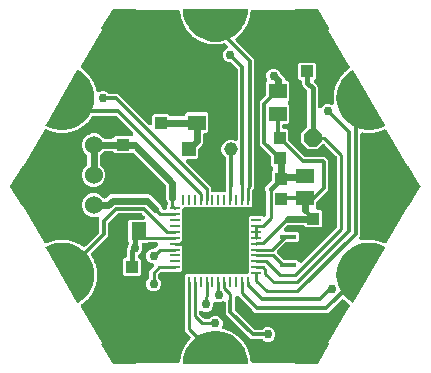
<source format=gbr>
G04 EAGLE Gerber RS-274X export*
G75*
%MOMM*%
%FSLAX34Y34*%
%LPD*%
%INBottom Copper*%
%IPPOS*%
%AMOC8*
5,1,8,0,0,1.08239X$1,22.5*%
G01*
%ADD10R,1.000000X1.100000*%
%ADD11R,1.500000X1.300000*%
%ADD12R,1.399997X0.400000*%
%ADD13P,1.649562X8X22.500000*%
%ADD14R,1.100000X1.000000*%
%ADD15R,1.300000X1.500000*%
%ADD16C,1.000000*%
%ADD17C,1.158000*%
%ADD18R,1.158000X1.158000*%
%ADD19R,0.812800X0.254000*%
%ADD20R,0.254000X0.812800*%
%ADD21R,5.384800X5.384800*%
%ADD22C,1.524000*%
%ADD23C,0.355600*%
%ADD24C,0.756400*%
%ADD25C,0.254000*%
%ADD26C,0.609600*%
%ADD27C,0.304800*%
%ADD28C,0.406400*%
%ADD29C,0.177800*%

G36*
X278503Y190819D02*
X278503Y190819D01*
X278531Y190816D01*
X278599Y190839D01*
X278670Y190853D01*
X278693Y190869D01*
X278720Y190878D01*
X278775Y190925D01*
X278834Y190965D01*
X278849Y190989D01*
X278871Y191008D01*
X278902Y191072D01*
X278941Y191133D01*
X278946Y191161D01*
X278958Y191186D01*
X278967Y191288D01*
X278974Y191329D01*
X278972Y191339D01*
X278973Y191352D01*
X278916Y192067D01*
X314452Y192067D01*
X314595Y192081D01*
X314740Y192088D01*
X314796Y192101D01*
X314853Y192107D01*
X314990Y192149D01*
X315131Y192184D01*
X315183Y192208D01*
X315238Y192225D01*
X315365Y192294D01*
X315495Y192355D01*
X315541Y192390D01*
X315592Y192417D01*
X315703Y192509D01*
X315818Y192595D01*
X315857Y192638D01*
X315901Y192675D01*
X315991Y192787D01*
X316088Y192894D01*
X316117Y192944D01*
X316153Y192989D01*
X316220Y193116D01*
X316293Y193240D01*
X316312Y193295D01*
X316339Y193346D01*
X316379Y193484D01*
X316426Y193620D01*
X316437Y193685D01*
X316450Y193733D01*
X316457Y193816D01*
X316478Y193948D01*
X316479Y193965D01*
X316477Y194041D01*
X316485Y194117D01*
X316483Y194133D01*
X316483Y194134D01*
X316482Y194143D01*
X316472Y194242D01*
X316469Y194368D01*
X316452Y194442D01*
X316445Y194517D01*
X316408Y194637D01*
X316383Y194745D01*
X316579Y195605D01*
X316588Y195671D01*
X316602Y195762D01*
X316603Y195764D01*
X316603Y195767D01*
X316625Y195905D01*
X316691Y196790D01*
X316724Y196830D01*
X316783Y196941D01*
X316849Y197047D01*
X316877Y197118D01*
X316912Y197186D01*
X316962Y197341D01*
X316993Y197423D01*
X316999Y197459D01*
X317012Y197502D01*
X317205Y198345D01*
X317214Y198421D01*
X317233Y198495D01*
X317239Y198621D01*
X317255Y198745D01*
X317250Y198821D01*
X317253Y198897D01*
X317235Y199021D01*
X317227Y199133D01*
X317549Y199953D01*
X317567Y200018D01*
X317638Y200243D01*
X317835Y201108D01*
X317874Y201143D01*
X317949Y201244D01*
X318031Y201339D01*
X318068Y201405D01*
X318114Y201467D01*
X318185Y201613D01*
X318228Y201689D01*
X318239Y201723D01*
X318260Y201765D01*
X318576Y202570D01*
X318596Y202643D01*
X318626Y202714D01*
X318651Y202836D01*
X318685Y202957D01*
X318691Y203034D01*
X318706Y203108D01*
X318706Y203234D01*
X318714Y203345D01*
X319155Y204108D01*
X319183Y204169D01*
X319287Y204382D01*
X319611Y205208D01*
X319654Y205236D01*
X319743Y205325D01*
X319838Y205407D01*
X319885Y205467D01*
X319939Y205521D01*
X320032Y205655D01*
X320086Y205724D01*
X320102Y205756D01*
X320128Y205794D01*
X320560Y206543D01*
X320592Y206612D01*
X320632Y206678D01*
X320675Y206795D01*
X320726Y206909D01*
X320743Y206984D01*
X320770Y207056D01*
X320788Y207180D01*
X320813Y207288D01*
X321363Y207977D01*
X321399Y208034D01*
X321534Y208228D01*
X321977Y208997D01*
X322025Y209019D01*
X322126Y209093D01*
X322232Y209160D01*
X322287Y209212D01*
X322349Y209258D01*
X322461Y209377D01*
X322524Y209436D01*
X322545Y209466D01*
X322576Y209499D01*
X323115Y210175D01*
X323157Y210239D01*
X323206Y210298D01*
X323266Y210408D01*
X323334Y210513D01*
X323362Y210584D01*
X323399Y210652D01*
X323436Y210771D01*
X323477Y210875D01*
X324122Y211474D01*
X324167Y211525D01*
X324329Y211697D01*
X324631Y212076D01*
X324688Y212164D01*
X324754Y212247D01*
X324797Y212333D01*
X324850Y212414D01*
X324888Y212512D01*
X324936Y212606D01*
X324962Y212699D01*
X324997Y212788D01*
X325016Y212892D01*
X325044Y212994D01*
X325051Y213090D01*
X325068Y213185D01*
X325066Y213290D01*
X325073Y213395D01*
X325061Y213491D01*
X325059Y213587D01*
X325036Y213690D01*
X325023Y213795D01*
X324992Y213886D01*
X324971Y213980D01*
X324928Y214077D01*
X324895Y214176D01*
X324847Y214260D01*
X324808Y214348D01*
X324746Y214434D01*
X324694Y214525D01*
X324619Y214614D01*
X324575Y214676D01*
X324531Y214717D01*
X324479Y214778D01*
X320012Y219245D01*
X320012Y265742D01*
X321352Y267082D01*
X372237Y267082D01*
X372255Y267084D01*
X372273Y267082D01*
X372455Y267103D01*
X372638Y267122D01*
X372655Y267127D01*
X372672Y267129D01*
X372847Y267186D01*
X373023Y267240D01*
X373038Y267248D01*
X373055Y267254D01*
X373215Y267344D01*
X373377Y267432D01*
X373390Y267443D01*
X373406Y267452D01*
X373545Y267572D01*
X373686Y267689D01*
X373697Y267703D01*
X373711Y267715D01*
X373823Y267860D01*
X373938Y268003D01*
X373946Y268019D01*
X373957Y268033D01*
X374039Y268198D01*
X374124Y268360D01*
X374129Y268377D01*
X374137Y268393D01*
X374184Y268571D01*
X374235Y268747D01*
X374237Y268765D01*
X374241Y268782D01*
X374268Y269113D01*
X374268Y314996D01*
X375608Y316336D01*
X385630Y316336D01*
X385740Y316226D01*
X385747Y316221D01*
X385752Y316214D01*
X385901Y316094D01*
X386051Y315971D01*
X386059Y315967D01*
X386066Y315961D01*
X386235Y315874D01*
X386407Y315783D01*
X386416Y315780D01*
X386423Y315776D01*
X386607Y315723D01*
X386793Y315668D01*
X386802Y315667D01*
X386810Y315664D01*
X387001Y315649D01*
X387194Y315631D01*
X387203Y315632D01*
X387212Y315632D01*
X387401Y315654D01*
X387594Y315675D01*
X387603Y315677D01*
X387611Y315678D01*
X387794Y315738D01*
X387978Y315796D01*
X387986Y315801D01*
X387994Y315803D01*
X388163Y315898D01*
X388330Y315991D01*
X388337Y315997D01*
X388345Y316001D01*
X388490Y316127D01*
X388637Y316252D01*
X388643Y316259D01*
X388650Y316264D01*
X388767Y316416D01*
X388887Y316567D01*
X388891Y316575D01*
X388896Y316582D01*
X388983Y316756D01*
X389069Y316926D01*
X389072Y316935D01*
X389076Y316943D01*
X389126Y317131D01*
X389177Y317314D01*
X389178Y317323D01*
X389180Y317332D01*
X389207Y317663D01*
X389207Y335931D01*
X389204Y335962D01*
X389206Y335993D01*
X389184Y336163D01*
X389167Y336332D01*
X389158Y336362D01*
X389154Y336393D01*
X389053Y336709D01*
X388445Y338175D01*
X388445Y339893D01*
X389103Y341480D01*
X393438Y345816D01*
X393455Y345837D01*
X393476Y345854D01*
X393583Y345992D01*
X393693Y346127D01*
X393706Y346151D01*
X393722Y346172D01*
X393800Y346329D01*
X393882Y346483D01*
X393890Y346509D01*
X393902Y346533D01*
X393947Y346702D01*
X393997Y346869D01*
X393999Y346896D01*
X394006Y346922D01*
X394033Y347252D01*
X394033Y354037D01*
X394477Y354481D01*
X394489Y354495D01*
X394502Y354507D01*
X394616Y354651D01*
X394732Y354793D01*
X394741Y354808D01*
X394752Y354822D01*
X394835Y354987D01*
X394921Y355148D01*
X394926Y355165D01*
X394934Y355181D01*
X394984Y355359D01*
X395036Y355534D01*
X395037Y355552D01*
X395042Y355569D01*
X395056Y355752D01*
X395072Y355935D01*
X395070Y355953D01*
X395072Y355971D01*
X395049Y356153D01*
X395029Y356336D01*
X395023Y356353D01*
X395021Y356370D01*
X394963Y356544D01*
X394907Y356719D01*
X394899Y356735D01*
X394893Y356752D01*
X394801Y356911D01*
X394712Y357072D01*
X394701Y357085D01*
X394692Y357101D01*
X394477Y357354D01*
X393081Y358750D01*
X393081Y366254D01*
X393078Y366280D01*
X393080Y366307D01*
X393058Y366481D01*
X393041Y366654D01*
X393033Y366680D01*
X393030Y366706D01*
X392974Y366872D01*
X392923Y367039D01*
X392910Y367063D01*
X392901Y367088D01*
X392814Y367240D01*
X392731Y367393D01*
X392714Y367414D01*
X392701Y367437D01*
X392486Y367690D01*
X383539Y376637D01*
X383539Y412741D01*
X388398Y417600D01*
X388415Y417621D01*
X388436Y417638D01*
X388543Y417776D01*
X388653Y417912D01*
X388666Y417935D01*
X388682Y417956D01*
X388760Y418113D01*
X388842Y418267D01*
X388850Y418293D01*
X388862Y418317D01*
X388907Y418486D01*
X388957Y418653D01*
X388959Y418680D01*
X388966Y418706D01*
X388993Y419036D01*
X388993Y429380D01*
X389478Y429865D01*
X389492Y429882D01*
X389509Y429896D01*
X389619Y430037D01*
X389733Y430176D01*
X389744Y430196D01*
X389758Y430214D01*
X389838Y430373D01*
X389922Y430532D01*
X389928Y430553D01*
X389938Y430573D01*
X389986Y430746D01*
X390037Y430918D01*
X390039Y430940D01*
X390045Y430962D01*
X390057Y431139D01*
X390073Y431319D01*
X390071Y431341D01*
X390072Y431363D01*
X390049Y431540D01*
X390030Y431719D01*
X390023Y431740D01*
X390020Y431762D01*
X389919Y432078D01*
X389219Y433768D01*
X389219Y436182D01*
X390143Y438413D01*
X391850Y440120D01*
X394080Y441044D01*
X396495Y441044D01*
X398725Y440120D01*
X400432Y438413D01*
X401012Y437014D01*
X401026Y436986D01*
X401036Y436957D01*
X401121Y436809D01*
X401202Y436659D01*
X401222Y436635D01*
X401237Y436608D01*
X401452Y436355D01*
X401992Y435815D01*
X401993Y435814D01*
X403779Y434028D01*
X404630Y431973D01*
X404641Y431954D01*
X404647Y431932D01*
X404736Y431776D01*
X404820Y431618D01*
X404834Y431601D01*
X404845Y431582D01*
X404962Y431446D01*
X405077Y431308D01*
X405094Y431294D01*
X405109Y431277D01*
X405250Y431167D01*
X405389Y431054D01*
X405409Y431044D01*
X405427Y431030D01*
X405587Y430950D01*
X405746Y430867D01*
X405767Y430861D01*
X405787Y430851D01*
X405961Y430804D01*
X406132Y430754D01*
X406154Y430752D01*
X406176Y430746D01*
X406507Y430719D01*
X407227Y430719D01*
X408567Y429380D01*
X408567Y414485D01*
X407950Y413869D01*
X407939Y413855D01*
X407925Y413843D01*
X407811Y413699D01*
X407695Y413557D01*
X407687Y413542D01*
X407676Y413528D01*
X407592Y413363D01*
X407507Y413202D01*
X407501Y413185D01*
X407493Y413169D01*
X407444Y412992D01*
X407392Y412816D01*
X407390Y412798D01*
X407385Y412781D01*
X407372Y412598D01*
X407355Y412415D01*
X407357Y412397D01*
X407356Y412379D01*
X407379Y412197D01*
X407399Y412014D01*
X407404Y411997D01*
X407406Y411980D01*
X407465Y411806D01*
X407520Y411631D01*
X407529Y411615D01*
X407535Y411598D01*
X407626Y411439D01*
X407715Y411278D01*
X407727Y411265D01*
X407736Y411249D01*
X407950Y410996D01*
X408567Y410380D01*
X408567Y395485D01*
X407227Y394146D01*
X404622Y394146D01*
X404604Y394144D01*
X404586Y394145D01*
X404404Y394124D01*
X404221Y394106D01*
X404204Y394101D01*
X404187Y394099D01*
X404012Y394042D01*
X403836Y393988D01*
X403821Y393979D01*
X403804Y393974D01*
X403644Y393883D01*
X403482Y393796D01*
X403469Y393785D01*
X403453Y393776D01*
X403314Y393656D01*
X403173Y393538D01*
X403162Y393524D01*
X403148Y393513D01*
X403036Y393368D01*
X402921Y393224D01*
X402913Y393209D01*
X402902Y393195D01*
X402820Y393029D01*
X402735Y392867D01*
X402730Y392850D01*
X402722Y392834D01*
X402675Y392656D01*
X402624Y392480D01*
X402622Y392462D01*
X402618Y392445D01*
X402591Y392115D01*
X402591Y392015D01*
X402593Y391998D01*
X402591Y391980D01*
X402613Y391797D01*
X402631Y391615D01*
X402636Y391598D01*
X402638Y391580D01*
X402695Y391406D01*
X402749Y391230D01*
X402757Y391214D01*
X402763Y391197D01*
X402853Y391037D01*
X402941Y390876D01*
X402952Y390862D01*
X402961Y390847D01*
X403081Y390707D01*
X403198Y390567D01*
X403212Y390555D01*
X403224Y390542D01*
X403369Y390429D01*
X403512Y390314D01*
X403528Y390306D01*
X403542Y390295D01*
X403707Y390213D01*
X403869Y390129D01*
X403886Y390124D01*
X403902Y390116D01*
X404081Y390068D01*
X404256Y390017D01*
X404274Y390016D01*
X404291Y390011D01*
X404622Y389984D01*
X406315Y389984D01*
X407654Y388645D01*
X407654Y381141D01*
X407657Y381115D01*
X407655Y381088D01*
X407677Y380914D01*
X407694Y380741D01*
X407702Y380715D01*
X407705Y380689D01*
X407761Y380523D01*
X407812Y380356D01*
X407825Y380332D01*
X407834Y380307D01*
X407921Y380155D01*
X408004Y380002D01*
X408021Y379981D01*
X408034Y379958D01*
X408249Y379705D01*
X421156Y366798D01*
X421177Y366781D01*
X421194Y366761D01*
X421332Y366654D01*
X421467Y366543D01*
X421491Y366531D01*
X421512Y366514D01*
X421669Y366436D01*
X421823Y366354D01*
X421849Y366347D01*
X421873Y366335D01*
X422042Y366289D01*
X422209Y366240D01*
X422236Y366237D01*
X422262Y366230D01*
X422592Y366203D01*
X438647Y366203D01*
X441523Y363327D01*
X441523Y338052D01*
X432022Y328550D01*
X432005Y328529D01*
X431984Y328512D01*
X431877Y328374D01*
X431767Y328238D01*
X431754Y328215D01*
X431738Y328194D01*
X431660Y328037D01*
X431578Y327883D01*
X431570Y327857D01*
X431558Y327833D01*
X431513Y327664D01*
X431463Y327497D01*
X431461Y327470D01*
X431454Y327444D01*
X431427Y327114D01*
X431427Y323253D01*
X431429Y323235D01*
X431427Y323217D01*
X431448Y323035D01*
X431467Y322852D01*
X431472Y322835D01*
X431474Y322818D01*
X431531Y322643D01*
X431585Y322467D01*
X431593Y322452D01*
X431599Y322435D01*
X431689Y322275D01*
X431777Y322113D01*
X431788Y322100D01*
X431797Y322084D01*
X431917Y321945D01*
X432034Y321804D01*
X432048Y321793D01*
X432060Y321779D01*
X432205Y321667D01*
X432348Y321552D01*
X432364Y321544D01*
X432378Y321533D01*
X432543Y321451D01*
X432705Y321366D01*
X432722Y321361D01*
X432738Y321353D01*
X432917Y321306D01*
X433092Y321255D01*
X433110Y321253D01*
X433127Y321249D01*
X433458Y321222D01*
X435390Y321222D01*
X436729Y319882D01*
X436729Y307988D01*
X435390Y306648D01*
X422495Y306648D01*
X421138Y308005D01*
X421118Y308022D01*
X421100Y308043D01*
X420962Y308150D01*
X420827Y308260D01*
X420803Y308273D01*
X420782Y308289D01*
X420625Y308367D01*
X420471Y308449D01*
X420446Y308457D01*
X420421Y308469D01*
X420252Y308514D01*
X420085Y308564D01*
X420059Y308566D01*
X420033Y308573D01*
X419702Y308600D01*
X407678Y308600D01*
X407651Y308598D01*
X407624Y308600D01*
X407450Y308578D01*
X407277Y308560D01*
X407251Y308553D01*
X407225Y308549D01*
X407059Y308494D01*
X406892Y308442D01*
X406868Y308429D01*
X406843Y308421D01*
X406691Y308334D01*
X406538Y308250D01*
X406518Y308233D01*
X406494Y308220D01*
X406241Y308005D01*
X404693Y306457D01*
X404687Y306450D01*
X404680Y306444D01*
X404560Y306295D01*
X404438Y306145D01*
X404433Y306137D01*
X404428Y306130D01*
X404339Y305959D01*
X404249Y305790D01*
X404246Y305781D01*
X404242Y305773D01*
X404189Y305588D01*
X404134Y305404D01*
X404133Y305395D01*
X404131Y305386D01*
X404115Y305195D01*
X404098Y305003D01*
X404099Y304994D01*
X404098Y304985D01*
X404120Y304796D01*
X404141Y304602D01*
X404144Y304594D01*
X404145Y304585D01*
X404204Y304403D01*
X404263Y304219D01*
X404267Y304211D01*
X404270Y304202D01*
X404365Y304034D01*
X404458Y303866D01*
X404463Y303859D01*
X404468Y303852D01*
X404594Y303706D01*
X404718Y303559D01*
X404725Y303554D01*
X404731Y303547D01*
X404882Y303429D01*
X405034Y303310D01*
X405042Y303306D01*
X405049Y303300D01*
X405221Y303215D01*
X405393Y303127D01*
X405401Y303125D01*
X405409Y303121D01*
X405596Y303071D01*
X405781Y303019D01*
X405790Y303019D01*
X405798Y303016D01*
X406129Y302989D01*
X415300Y302989D01*
X416639Y301650D01*
X416639Y295755D01*
X415300Y294416D01*
X406433Y294416D01*
X406406Y294413D01*
X406379Y294415D01*
X406205Y294393D01*
X406032Y294376D01*
X406006Y294368D01*
X405980Y294365D01*
X405814Y294309D01*
X405647Y294258D01*
X405623Y294245D01*
X405598Y294236D01*
X405446Y294149D01*
X405293Y294066D01*
X405273Y294049D01*
X405249Y294035D01*
X404996Y293821D01*
X398470Y287295D01*
X398459Y287281D01*
X398445Y287269D01*
X398331Y287125D01*
X398215Y286983D01*
X398207Y286968D01*
X398196Y286954D01*
X398112Y286789D01*
X398027Y286628D01*
X398022Y286611D01*
X398013Y286595D01*
X397964Y286418D01*
X397912Y286242D01*
X397910Y286224D01*
X397905Y286207D01*
X397892Y286024D01*
X397875Y285841D01*
X397877Y285823D01*
X397876Y285805D01*
X397899Y285624D01*
X397919Y285440D01*
X397924Y285423D01*
X397926Y285406D01*
X397985Y285232D01*
X398040Y285057D01*
X398049Y285041D01*
X398055Y285024D01*
X398147Y284864D01*
X398235Y284704D01*
X398247Y284691D01*
X398256Y284675D01*
X398470Y284422D01*
X399242Y283651D01*
X399242Y283650D01*
X403308Y279584D01*
X403329Y279567D01*
X403346Y279547D01*
X403484Y279440D01*
X403620Y279329D01*
X403644Y279317D01*
X403665Y279300D01*
X403821Y279223D01*
X403976Y279140D01*
X404001Y279133D01*
X404025Y279121D01*
X404194Y279076D01*
X404361Y279026D01*
X404388Y279023D01*
X404414Y279016D01*
X404745Y278989D01*
X415300Y278989D01*
X417012Y277277D01*
X417026Y277266D01*
X417037Y277252D01*
X417181Y277138D01*
X417323Y277022D01*
X417339Y277014D01*
X417353Y277003D01*
X417517Y276919D01*
X417679Y276833D01*
X417696Y276828D01*
X417712Y276820D01*
X417889Y276771D01*
X418065Y276719D01*
X418083Y276717D01*
X418100Y276712D01*
X418283Y276699D01*
X418466Y276682D01*
X418484Y276684D01*
X418502Y276683D01*
X418684Y276706D01*
X418866Y276726D01*
X418883Y276731D01*
X418901Y276733D01*
X419074Y276791D01*
X419250Y276847D01*
X419266Y276856D01*
X419283Y276861D01*
X419442Y276953D01*
X419602Y277042D01*
X419616Y277053D01*
X419632Y277062D01*
X419885Y277277D01*
X448286Y305678D01*
X448303Y305699D01*
X448323Y305717D01*
X448430Y305854D01*
X448541Y305990D01*
X448553Y306013D01*
X448570Y306035D01*
X448648Y306192D01*
X448730Y306346D01*
X448737Y306371D01*
X448749Y306395D01*
X448795Y306565D01*
X448844Y306731D01*
X448847Y306758D01*
X448854Y306784D01*
X448881Y307115D01*
X448881Y365668D01*
X448878Y365694D01*
X448880Y365721D01*
X448858Y365895D01*
X448841Y366068D01*
X448833Y366094D01*
X448830Y366121D01*
X448774Y366286D01*
X448723Y366453D01*
X448710Y366477D01*
X448701Y366502D01*
X448614Y366654D01*
X448531Y366807D01*
X448514Y366828D01*
X448501Y366851D01*
X448286Y367104D01*
X438996Y376394D01*
X438983Y376405D01*
X438971Y376419D01*
X438827Y376532D01*
X438685Y376649D01*
X438669Y376657D01*
X438655Y376668D01*
X438491Y376751D01*
X438329Y376837D01*
X438312Y376842D01*
X438296Y376850D01*
X438119Y376900D01*
X437943Y376952D01*
X437926Y376954D01*
X437908Y376958D01*
X437725Y376972D01*
X437542Y376988D01*
X437525Y376987D01*
X437507Y376988D01*
X437325Y376965D01*
X437142Y376945D01*
X437125Y376940D01*
X437107Y376937D01*
X436934Y376879D01*
X436758Y376824D01*
X436743Y376815D01*
X436726Y376809D01*
X436566Y376717D01*
X436406Y376629D01*
X436392Y376617D01*
X436377Y376608D01*
X436124Y376394D01*
X432411Y372681D01*
X424204Y372681D01*
X418401Y378484D01*
X418401Y386691D01*
X423394Y391684D01*
X423411Y391705D01*
X423431Y391722D01*
X423538Y391860D01*
X423649Y391996D01*
X423661Y392019D01*
X423678Y392040D01*
X423756Y392197D01*
X423838Y392351D01*
X423845Y392377D01*
X423857Y392401D01*
X423903Y392570D01*
X423952Y392737D01*
X423955Y392764D01*
X423962Y392790D01*
X423989Y393120D01*
X423989Y421550D01*
X423986Y421576D01*
X423988Y421603D01*
X423966Y421777D01*
X423949Y421950D01*
X423941Y421976D01*
X423938Y422002D01*
X423882Y422168D01*
X423831Y422335D01*
X423818Y422359D01*
X423809Y422384D01*
X423722Y422536D01*
X423639Y422689D01*
X423622Y422710D01*
X423609Y422733D01*
X423394Y422986D01*
X419956Y426424D01*
X419299Y428011D01*
X419299Y429467D01*
X419297Y429485D01*
X419298Y429503D01*
X419277Y429684D01*
X419259Y429868D01*
X419254Y429885D01*
X419252Y429902D01*
X419195Y430077D01*
X419141Y430253D01*
X419132Y430268D01*
X419127Y430285D01*
X419036Y430445D01*
X418949Y430607D01*
X418938Y430620D01*
X418929Y430636D01*
X418809Y430775D01*
X418691Y430916D01*
X418677Y430927D01*
X418666Y430941D01*
X418521Y431053D01*
X418377Y431168D01*
X418362Y431176D01*
X418348Y431187D01*
X418183Y431269D01*
X418020Y431354D01*
X418003Y431359D01*
X417987Y431367D01*
X417809Y431414D01*
X417633Y431465D01*
X417615Y431467D01*
X417598Y431471D01*
X417268Y431498D01*
X417170Y431498D01*
X415831Y432838D01*
X415831Y444732D01*
X417170Y446072D01*
X430065Y446072D01*
X431404Y444732D01*
X431404Y432838D01*
X430017Y431451D01*
X430006Y431437D01*
X429992Y431425D01*
X429878Y431281D01*
X429762Y431139D01*
X429754Y431123D01*
X429743Y431109D01*
X429659Y430945D01*
X429573Y430783D01*
X429568Y430766D01*
X429560Y430750D01*
X429511Y430573D01*
X429459Y430398D01*
X429457Y430380D01*
X429452Y430363D01*
X429439Y430180D01*
X429422Y429997D01*
X429424Y429979D01*
X429423Y429961D01*
X429446Y429779D01*
X429466Y429596D01*
X429471Y429579D01*
X429473Y429562D01*
X429532Y429388D01*
X429587Y429212D01*
X429596Y429197D01*
X429601Y429180D01*
X429693Y429020D01*
X429782Y428860D01*
X429793Y428847D01*
X429802Y428831D01*
X430017Y428578D01*
X431969Y426626D01*
X432626Y425039D01*
X432626Y409600D01*
X432627Y409591D01*
X432626Y409582D01*
X432647Y409390D01*
X432666Y409199D01*
X432669Y409191D01*
X432670Y409182D01*
X432727Y409000D01*
X432784Y408815D01*
X432789Y408807D01*
X432791Y408798D01*
X432884Y408630D01*
X432976Y408460D01*
X432982Y408454D01*
X432986Y408446D01*
X433111Y408298D01*
X433234Y408151D01*
X433241Y408146D01*
X433247Y408139D01*
X433398Y408019D01*
X433548Y407899D01*
X433555Y407895D01*
X433562Y407889D01*
X433735Y407802D01*
X433905Y407713D01*
X433913Y407711D01*
X433921Y407707D01*
X434107Y407655D01*
X434292Y407602D01*
X434301Y407601D01*
X434309Y407599D01*
X434502Y407585D01*
X434693Y407569D01*
X434702Y407570D01*
X434711Y407569D01*
X434904Y407594D01*
X435093Y407616D01*
X435101Y407619D01*
X435110Y407620D01*
X435293Y407681D01*
X435476Y407741D01*
X435484Y407745D01*
X435492Y407748D01*
X435657Y407843D01*
X435826Y407939D01*
X435833Y407945D01*
X435841Y407949D01*
X436094Y408164D01*
X437887Y409957D01*
X440118Y410881D01*
X442532Y410881D01*
X443530Y410468D01*
X443568Y410456D01*
X443603Y410439D01*
X443761Y410398D01*
X443916Y410351D01*
X443955Y410348D01*
X443993Y410338D01*
X444155Y410329D01*
X444316Y410313D01*
X444356Y410317D01*
X444395Y410315D01*
X444555Y410338D01*
X444717Y410355D01*
X444755Y410367D01*
X444794Y410372D01*
X444946Y410426D01*
X445101Y410475D01*
X445136Y410494D01*
X445173Y410507D01*
X445312Y410590D01*
X445454Y410668D01*
X445485Y410693D01*
X445518Y410714D01*
X445639Y410823D01*
X445763Y410927D01*
X445787Y410958D01*
X445816Y410984D01*
X445912Y411115D01*
X446014Y411242D01*
X446032Y411277D01*
X446055Y411309D01*
X446123Y411455D01*
X446198Y411600D01*
X446208Y411638D01*
X446225Y411674D01*
X446263Y411831D01*
X446307Y411987D01*
X446310Y412027D01*
X446320Y412065D01*
X446326Y412227D01*
X446338Y412389D01*
X446334Y412428D01*
X446335Y412467D01*
X446293Y412760D01*
X446290Y412788D01*
X446289Y412792D01*
X446288Y412796D01*
X446266Y412893D01*
X446286Y412941D01*
X446309Y413064D01*
X446342Y413185D01*
X446347Y413261D01*
X446361Y413337D01*
X446362Y413500D01*
X446368Y413587D01*
X446363Y413622D01*
X446363Y413668D01*
X446299Y414533D01*
X446286Y414608D01*
X446282Y414685D01*
X446251Y414806D01*
X446229Y414929D01*
X446202Y415001D01*
X446183Y415075D01*
X446128Y415188D01*
X446088Y415292D01*
X446154Y416170D01*
X446152Y416238D01*
X446154Y416474D01*
X446088Y417359D01*
X446115Y417404D01*
X446156Y417522D01*
X446207Y417637D01*
X446223Y417711D01*
X446248Y417783D01*
X446274Y417945D01*
X446292Y418030D01*
X446293Y418066D01*
X446300Y418111D01*
X446365Y418976D01*
X446363Y419052D01*
X446371Y419128D01*
X446359Y419253D01*
X446355Y419378D01*
X446339Y419453D01*
X446331Y419529D01*
X446294Y419649D01*
X446270Y419757D01*
X446466Y420616D01*
X446474Y420683D01*
X446511Y420917D01*
X446578Y421801D01*
X446611Y421842D01*
X446670Y421952D01*
X446736Y422058D01*
X446764Y422130D01*
X446800Y422198D01*
X446849Y422353D01*
X446880Y422435D01*
X446886Y422470D01*
X446900Y422514D01*
X447093Y423359D01*
X447102Y423435D01*
X447121Y423509D01*
X447128Y423634D01*
X447143Y423758D01*
X447138Y423835D01*
X447141Y423911D01*
X447123Y424035D01*
X447115Y424146D01*
X447437Y424967D01*
X447455Y425031D01*
X447527Y425257D01*
X447724Y426122D01*
X447763Y426157D01*
X447838Y426257D01*
X447919Y426352D01*
X447957Y426419D01*
X448003Y426480D01*
X448074Y426627D01*
X448117Y426703D01*
X448128Y426737D01*
X448149Y426778D01*
X448466Y427585D01*
X448486Y427659D01*
X448516Y427729D01*
X448541Y427852D01*
X448575Y427972D01*
X448581Y428049D01*
X448596Y428124D01*
X448596Y428249D01*
X448605Y428360D01*
X449045Y429123D01*
X449073Y429184D01*
X449177Y429397D01*
X449502Y430223D01*
X449545Y430251D01*
X449634Y430340D01*
X449729Y430421D01*
X449776Y430482D01*
X449830Y430536D01*
X449923Y430670D01*
X449977Y430739D01*
X449993Y430771D01*
X450019Y430809D01*
X450453Y431559D01*
X450484Y431629D01*
X450524Y431694D01*
X450567Y431812D01*
X450619Y431926D01*
X450636Y432000D01*
X450662Y432072D01*
X450681Y432196D01*
X450706Y432305D01*
X451256Y432994D01*
X451292Y433050D01*
X451427Y433245D01*
X451871Y434013D01*
X451918Y434035D01*
X452019Y434109D01*
X452125Y434176D01*
X452181Y434228D01*
X452242Y434274D01*
X452342Y434380D01*
X452359Y434394D01*
X452370Y434407D01*
X452418Y434452D01*
X452438Y434482D01*
X452470Y434515D01*
X453010Y435193D01*
X453052Y435257D01*
X453101Y435316D01*
X453161Y435425D01*
X453229Y435531D01*
X453257Y435602D01*
X453294Y435669D01*
X453331Y435789D01*
X453372Y435893D01*
X454018Y436492D01*
X454062Y436542D01*
X454225Y436714D01*
X454778Y437408D01*
X454828Y437422D01*
X454939Y437481D01*
X455054Y437531D01*
X455117Y437574D01*
X455184Y437610D01*
X455313Y437711D01*
X455384Y437761D01*
X455409Y437787D01*
X455445Y437815D01*
X456081Y438405D01*
X456107Y438435D01*
X456133Y438456D01*
X456154Y438481D01*
X456189Y438513D01*
X456264Y438612D01*
X456348Y438706D01*
X456381Y438764D01*
X456386Y438770D01*
X456389Y438777D01*
X456432Y438833D01*
X456487Y438946D01*
X456543Y439043D01*
X457271Y439539D01*
X457322Y439582D01*
X457508Y439728D01*
X458159Y440332D01*
X458213Y440339D01*
X458330Y440380D01*
X458450Y440412D01*
X458520Y440446D01*
X458593Y440472D01*
X458725Y440547D01*
X458790Y440578D01*
X458797Y440583D01*
X458811Y440590D01*
X458840Y440613D01*
X458882Y440636D01*
X458890Y440642D01*
X458999Y440733D01*
X459113Y440818D01*
X459126Y440833D01*
X459130Y440836D01*
X459153Y440863D01*
X459198Y440901D01*
X459287Y441012D01*
X459382Y441118D01*
X459412Y441169D01*
X459449Y441216D01*
X459514Y441342D01*
X459587Y441465D01*
X459606Y441521D01*
X459633Y441574D01*
X459672Y441711D01*
X459719Y441845D01*
X459727Y441904D01*
X459743Y441961D01*
X459754Y442103D01*
X459774Y442244D01*
X459770Y442303D01*
X459774Y442362D01*
X459757Y442504D01*
X459749Y442646D01*
X459733Y442703D01*
X459726Y442762D01*
X459681Y442897D01*
X459645Y443035D01*
X459616Y443096D01*
X459600Y443144D01*
X459559Y443216D01*
X459503Y443335D01*
X441761Y474065D01*
X442389Y474361D01*
X442411Y474378D01*
X442438Y474388D01*
X442490Y474437D01*
X442548Y474480D01*
X442562Y474505D01*
X442583Y474525D01*
X442612Y474590D01*
X442648Y474652D01*
X442651Y474681D01*
X442663Y474707D01*
X442664Y474779D01*
X442673Y474849D01*
X442665Y474877D01*
X442666Y474906D01*
X442630Y475000D01*
X442619Y475041D01*
X442612Y475049D01*
X442608Y475062D01*
X433108Y491562D01*
X433056Y491620D01*
X433010Y491683D01*
X432991Y491694D01*
X432976Y491711D01*
X432906Y491744D01*
X432839Y491784D01*
X432815Y491788D01*
X432797Y491797D01*
X432752Y491799D01*
X432675Y491812D01*
X413675Y491812D01*
X413647Y491806D01*
X413619Y491809D01*
X413551Y491786D01*
X413480Y491772D01*
X413457Y491756D01*
X413430Y491747D01*
X413375Y491700D01*
X413316Y491660D01*
X413301Y491636D01*
X413280Y491617D01*
X413248Y491553D01*
X413209Y491492D01*
X413204Y491464D01*
X413192Y491439D01*
X413183Y491337D01*
X413176Y491296D01*
X413178Y491286D01*
X413177Y491273D01*
X413234Y490558D01*
X377698Y490558D01*
X377555Y490544D01*
X377410Y490537D01*
X377354Y490524D01*
X377297Y490518D01*
X377160Y490476D01*
X377019Y490441D01*
X376967Y490417D01*
X376912Y490400D01*
X376785Y490331D01*
X376655Y490270D01*
X376609Y490235D01*
X376558Y490208D01*
X376447Y490116D01*
X376332Y490030D01*
X376293Y489987D01*
X376249Y489950D01*
X376159Y489838D01*
X376062Y489731D01*
X376033Y489681D01*
X375997Y489636D01*
X375930Y489509D01*
X375857Y489385D01*
X375838Y489330D01*
X375811Y489279D01*
X375771Y489141D01*
X375724Y489005D01*
X375713Y488940D01*
X375700Y488892D01*
X375693Y488809D01*
X375672Y488677D01*
X375671Y488660D01*
X375673Y488584D01*
X375665Y488508D01*
X375667Y488492D01*
X375667Y488491D01*
X375668Y488482D01*
X375678Y488383D01*
X375681Y488257D01*
X375698Y488183D01*
X375705Y488108D01*
X375742Y487988D01*
X375767Y487880D01*
X375571Y487020D01*
X375567Y486988D01*
X375560Y486964D01*
X375555Y486910D01*
X375525Y486720D01*
X375459Y485835D01*
X375426Y485795D01*
X375367Y485684D01*
X375301Y485578D01*
X375273Y485507D01*
X375238Y485439D01*
X375188Y485284D01*
X375157Y485202D01*
X375151Y485166D01*
X375138Y485123D01*
X374945Y484280D01*
X374936Y484204D01*
X374917Y484130D01*
X374911Y484004D01*
X374895Y483880D01*
X374900Y483804D01*
X374897Y483728D01*
X374915Y483604D01*
X374923Y483492D01*
X374601Y482672D01*
X374583Y482607D01*
X374512Y482382D01*
X374315Y481517D01*
X374276Y481482D01*
X374201Y481381D01*
X374119Y481286D01*
X374082Y481220D01*
X374036Y481158D01*
X373965Y481012D01*
X373922Y480936D01*
X373911Y480902D01*
X373890Y480860D01*
X373574Y480055D01*
X373554Y479982D01*
X373524Y479911D01*
X373499Y479789D01*
X373465Y479668D01*
X373459Y479591D01*
X373444Y479517D01*
X373444Y479391D01*
X373436Y479280D01*
X372995Y478517D01*
X372968Y478456D01*
X372863Y478243D01*
X372539Y477417D01*
X372496Y477389D01*
X372407Y477300D01*
X372312Y477218D01*
X372265Y477158D01*
X372211Y477104D01*
X372118Y476970D01*
X372064Y476901D01*
X372048Y476869D01*
X372022Y476831D01*
X371590Y476082D01*
X371558Y476013D01*
X371518Y475947D01*
X371475Y475830D01*
X371424Y475716D01*
X371407Y475641D01*
X371380Y475569D01*
X371362Y475445D01*
X371337Y475337D01*
X370787Y474648D01*
X370751Y474591D01*
X370616Y474397D01*
X370173Y473628D01*
X370125Y473606D01*
X370024Y473532D01*
X369918Y473465D01*
X369863Y473413D01*
X369801Y473367D01*
X369689Y473248D01*
X369626Y473189D01*
X369605Y473159D01*
X369574Y473126D01*
X369035Y472450D01*
X368993Y472386D01*
X368944Y472327D01*
X368884Y472217D01*
X368816Y472112D01*
X368788Y472041D01*
X368751Y471973D01*
X368714Y471854D01*
X368673Y471750D01*
X368028Y471151D01*
X367983Y471100D01*
X367821Y470928D01*
X367268Y470234D01*
X367218Y470220D01*
X367107Y470161D01*
X366992Y470111D01*
X366929Y470067D01*
X366862Y470032D01*
X366733Y469931D01*
X366662Y469881D01*
X366637Y469855D01*
X366601Y469827D01*
X365967Y469239D01*
X365916Y469181D01*
X365859Y469131D01*
X365783Y469031D01*
X365700Y468937D01*
X365662Y468871D01*
X365616Y468810D01*
X365561Y468697D01*
X365505Y468600D01*
X364777Y468104D01*
X364726Y468061D01*
X364540Y467915D01*
X363627Y467067D01*
X363590Y467026D01*
X363547Y466989D01*
X363457Y466875D01*
X363360Y466766D01*
X363332Y466717D01*
X363298Y466673D01*
X363232Y466543D01*
X363158Y466417D01*
X363141Y466364D01*
X363115Y466314D01*
X363076Y466174D01*
X363029Y466036D01*
X363022Y465980D01*
X363007Y465927D01*
X362997Y465781D01*
X362978Y465637D01*
X362982Y465581D01*
X362978Y465525D01*
X362996Y465380D01*
X363006Y465235D01*
X363021Y465181D01*
X363028Y465126D01*
X363075Y464987D01*
X363113Y464847D01*
X363139Y464797D01*
X363156Y464744D01*
X363229Y464618D01*
X363295Y464487D01*
X363330Y464443D01*
X363357Y464395D01*
X363496Y464232D01*
X363544Y464171D01*
X363558Y464159D01*
X363572Y464142D01*
X378980Y448734D01*
X378980Y339734D01*
X377734Y338487D01*
X377717Y338467D01*
X377696Y338449D01*
X377589Y338311D01*
X377479Y338176D01*
X377466Y338152D01*
X377450Y338131D01*
X377372Y337974D01*
X377290Y337820D01*
X377282Y337795D01*
X377270Y337771D01*
X377225Y337601D01*
X377175Y337434D01*
X377173Y337408D01*
X377166Y337382D01*
X377139Y337051D01*
X377139Y324808D01*
X375799Y323468D01*
X319913Y323468D01*
X319895Y323466D01*
X319877Y323468D01*
X319695Y323447D01*
X319512Y323428D01*
X319495Y323423D01*
X319478Y323421D01*
X319303Y323364D01*
X319127Y323310D01*
X319112Y323302D01*
X319095Y323296D01*
X318935Y323206D01*
X318773Y323118D01*
X318760Y323107D01*
X318744Y323098D01*
X318605Y322978D01*
X318464Y322861D01*
X318453Y322847D01*
X318439Y322835D01*
X318327Y322690D01*
X318212Y322547D01*
X318204Y322531D01*
X318193Y322517D01*
X318111Y322352D01*
X318026Y322190D01*
X318021Y322173D01*
X318013Y322157D01*
X317966Y321978D01*
X317915Y321803D01*
X317913Y321785D01*
X317909Y321768D01*
X317882Y321437D01*
X317882Y295559D01*
X316534Y294211D01*
X316522Y294197D01*
X316509Y294185D01*
X316395Y294041D01*
X316279Y293899D01*
X316270Y293884D01*
X316259Y293870D01*
X316176Y293705D01*
X316090Y293544D01*
X316085Y293527D01*
X316077Y293511D01*
X316027Y293333D01*
X315975Y293158D01*
X315974Y293140D01*
X315969Y293123D01*
X315955Y292940D01*
X315939Y292757D01*
X315941Y292739D01*
X315939Y292721D01*
X315962Y292539D01*
X315982Y292356D01*
X315988Y292339D01*
X315990Y292322D01*
X316048Y292148D01*
X316104Y291973D01*
X316112Y291957D01*
X316118Y291940D01*
X316210Y291781D01*
X316299Y291620D01*
X316310Y291607D01*
X316319Y291591D01*
X316534Y291338D01*
X317882Y289990D01*
X317882Y270552D01*
X316542Y269212D01*
X300484Y269212D01*
X300457Y269210D01*
X300430Y269212D01*
X300256Y269190D01*
X300083Y269172D01*
X300058Y269165D01*
X300031Y269161D01*
X299865Y269106D01*
X299698Y269054D01*
X299675Y269041D01*
X299649Y269033D01*
X299498Y268946D01*
X299344Y268862D01*
X299324Y268845D01*
X299300Y268832D01*
X299047Y268617D01*
X297839Y267409D01*
X297822Y267388D01*
X297802Y267371D01*
X297695Y267233D01*
X297584Y267098D01*
X297572Y267074D01*
X297555Y267053D01*
X297477Y266896D01*
X297395Y266742D01*
X297388Y266716D01*
X297376Y266692D01*
X297330Y266523D01*
X297281Y266356D01*
X297278Y266329D01*
X297271Y266304D01*
X297244Y265973D01*
X297244Y264630D01*
X297247Y264603D01*
X297245Y264576D01*
X297267Y264402D01*
X297284Y264229D01*
X297292Y264203D01*
X297295Y264177D01*
X297351Y264011D01*
X297402Y263844D01*
X297415Y263820D01*
X297424Y263795D01*
X297511Y263644D01*
X297594Y263490D01*
X297611Y263470D01*
X297624Y263446D01*
X297839Y263193D01*
X298832Y262200D01*
X299756Y259970D01*
X299756Y257555D01*
X298832Y255325D01*
X297125Y253618D01*
X294895Y252694D01*
X292480Y252694D01*
X290250Y253618D01*
X288543Y255325D01*
X287619Y257555D01*
X287619Y259970D01*
X288543Y262200D01*
X289536Y263193D01*
X289553Y263214D01*
X289573Y263231D01*
X289680Y263369D01*
X289791Y263505D01*
X289803Y263528D01*
X289820Y263550D01*
X289898Y263707D01*
X289980Y263861D01*
X289987Y263886D01*
X289999Y263910D01*
X290045Y264080D01*
X290094Y264246D01*
X290097Y264273D01*
X290104Y264299D01*
X290131Y264630D01*
X290131Y269761D01*
X292809Y272439D01*
X293439Y273069D01*
X293448Y273079D01*
X293458Y273088D01*
X293575Y273235D01*
X293694Y273381D01*
X293700Y273392D01*
X293709Y273403D01*
X293795Y273570D01*
X293883Y273736D01*
X293887Y273749D01*
X293893Y273761D01*
X293944Y273940D01*
X293998Y274122D01*
X293999Y274136D01*
X294002Y274148D01*
X294017Y274334D01*
X294034Y274523D01*
X294033Y274537D01*
X294034Y274550D01*
X294011Y274735D01*
X293991Y274923D01*
X293987Y274936D01*
X293985Y274950D01*
X293926Y275128D01*
X293869Y275307D01*
X293863Y275319D01*
X293858Y275332D01*
X293765Y275496D01*
X293674Y275660D01*
X293666Y275670D01*
X293659Y275682D01*
X293535Y275823D01*
X293414Y275967D01*
X293403Y275975D01*
X293395Y275985D01*
X293245Y276100D01*
X293098Y276216D01*
X293086Y276222D01*
X293075Y276230D01*
X292780Y276382D01*
X290250Y277430D01*
X288543Y279137D01*
X287619Y281368D01*
X287619Y283782D01*
X288543Y286013D01*
X290250Y287720D01*
X292480Y288644D01*
X293885Y288644D01*
X293911Y288646D01*
X293938Y288644D01*
X294112Y288666D01*
X294285Y288684D01*
X294311Y288691D01*
X294338Y288695D01*
X294504Y288751D01*
X294670Y288802D01*
X294694Y288814D01*
X294719Y288823D01*
X294871Y288910D01*
X295024Y288994D01*
X295045Y289011D01*
X295068Y289024D01*
X295321Y289239D01*
X296834Y290752D01*
X296840Y290759D01*
X296847Y290764D01*
X296968Y290915D01*
X297089Y291063D01*
X297093Y291071D01*
X297099Y291078D01*
X297188Y291248D01*
X297278Y291419D01*
X297280Y291428D01*
X297285Y291435D01*
X297337Y291617D01*
X297393Y291805D01*
X297394Y291814D01*
X297396Y291822D01*
X297411Y292012D01*
X297429Y292206D01*
X297428Y292215D01*
X297429Y292224D01*
X297407Y292413D01*
X297386Y292606D01*
X297383Y292615D01*
X297382Y292623D01*
X297323Y292805D01*
X297264Y292990D01*
X297260Y292998D01*
X297257Y293006D01*
X297163Y293173D01*
X297069Y293342D01*
X297064Y293349D01*
X297059Y293357D01*
X296934Y293502D01*
X296809Y293649D01*
X296802Y293655D01*
X296796Y293662D01*
X296646Y293778D01*
X296493Y293899D01*
X296485Y293903D01*
X296478Y293908D01*
X296307Y293993D01*
X296134Y294081D01*
X296125Y294084D01*
X296117Y294088D01*
X295932Y294137D01*
X295746Y294189D01*
X295737Y294190D01*
X295729Y294192D01*
X295398Y294219D01*
X290045Y294219D01*
X290018Y294217D01*
X289991Y294219D01*
X289817Y294197D01*
X289644Y294179D01*
X289618Y294172D01*
X289592Y294168D01*
X289426Y294113D01*
X289259Y294061D01*
X289235Y294048D01*
X289210Y294040D01*
X289058Y293953D01*
X288905Y293869D01*
X288885Y293852D01*
X288861Y293839D01*
X288608Y293624D01*
X288410Y293426D01*
X285557Y293426D01*
X285543Y293424D01*
X285530Y293426D01*
X285343Y293404D01*
X285156Y293386D01*
X285144Y293382D01*
X285130Y293380D01*
X284951Y293323D01*
X284771Y293268D01*
X284760Y293261D01*
X284747Y293257D01*
X284582Y293165D01*
X284417Y293076D01*
X284407Y293067D01*
X284395Y293061D01*
X284252Y292938D01*
X284108Y292818D01*
X284100Y292808D01*
X284089Y292799D01*
X283973Y292651D01*
X283856Y292504D01*
X283850Y292493D01*
X283841Y292482D01*
X283757Y292314D01*
X283670Y292147D01*
X283667Y292134D01*
X283661Y292122D01*
X283611Y291940D01*
X283559Y291760D01*
X283558Y291747D01*
X283554Y291734D01*
X283541Y291546D01*
X283526Y291359D01*
X283528Y291346D01*
X283527Y291332D01*
X283551Y291146D01*
X283573Y290959D01*
X283577Y290946D01*
X283579Y290933D01*
X283680Y290617D01*
X283881Y290132D01*
X283881Y287718D01*
X282957Y285487D01*
X281163Y283693D01*
X281152Y283679D01*
X281138Y283668D01*
X281024Y283524D01*
X280908Y283382D01*
X280900Y283366D01*
X280889Y283352D01*
X280805Y283188D01*
X280720Y283026D01*
X280714Y283009D01*
X280706Y282993D01*
X280657Y282816D01*
X280605Y282640D01*
X280603Y282622D01*
X280598Y282605D01*
X280585Y282422D01*
X280568Y282239D01*
X280570Y282221D01*
X280569Y282204D01*
X280592Y282020D01*
X280612Y281839D01*
X280617Y281822D01*
X280619Y281804D01*
X280678Y281630D01*
X280733Y281455D01*
X280742Y281439D01*
X280748Y281423D01*
X280839Y281264D01*
X280928Y281103D01*
X280940Y281089D01*
X280949Y281074D01*
X281163Y280821D01*
X282987Y278997D01*
X282987Y267103D01*
X281647Y265763D01*
X268753Y265763D01*
X267413Y267103D01*
X267413Y278997D01*
X268753Y280337D01*
X268850Y280337D01*
X268868Y280339D01*
X268886Y280337D01*
X269068Y280358D01*
X269251Y280377D01*
X269268Y280382D01*
X269285Y280384D01*
X269460Y280441D01*
X269636Y280495D01*
X269651Y280503D01*
X269668Y280509D01*
X269828Y280599D01*
X269990Y280687D01*
X270003Y280698D01*
X270019Y280707D01*
X270158Y280827D01*
X270299Y280944D01*
X270310Y280958D01*
X270324Y280970D01*
X270436Y281115D01*
X270551Y281258D01*
X270559Y281274D01*
X270570Y281288D01*
X270652Y281453D01*
X270737Y281615D01*
X270742Y281632D01*
X270750Y281648D01*
X270797Y281826D01*
X270848Y282002D01*
X270850Y282020D01*
X270854Y282037D01*
X270881Y282368D01*
X270881Y287172D01*
X271589Y288881D01*
X271598Y288910D01*
X271612Y288938D01*
X271656Y289103D01*
X271706Y289266D01*
X271709Y289297D01*
X271717Y289327D01*
X271744Y289658D01*
X271744Y290132D01*
X272708Y292460D01*
X272714Y292481D01*
X272725Y292501D01*
X272773Y292674D01*
X272824Y292845D01*
X272826Y292867D01*
X272833Y292889D01*
X272846Y293069D01*
X272863Y293246D01*
X272860Y293268D01*
X272862Y293291D01*
X272839Y293468D01*
X272821Y293646D01*
X272814Y293668D01*
X272811Y293690D01*
X272755Y293859D01*
X272701Y294031D01*
X272690Y294050D01*
X272683Y294072D01*
X272594Y294227D01*
X272508Y294384D01*
X272493Y294401D01*
X272482Y294420D01*
X272268Y294673D01*
X272176Y294765D01*
X272176Y311660D01*
X273515Y312999D01*
X284364Y312999D01*
X284373Y313000D01*
X284382Y312999D01*
X284573Y313020D01*
X284764Y313039D01*
X284773Y313042D01*
X284782Y313043D01*
X284964Y313100D01*
X285149Y313157D01*
X285157Y313162D01*
X285166Y313164D01*
X285334Y313257D01*
X285503Y313349D01*
X285510Y313355D01*
X285518Y313359D01*
X285666Y313484D01*
X285813Y313607D01*
X285818Y313614D01*
X285825Y313620D01*
X285945Y313771D01*
X286065Y313921D01*
X286069Y313928D01*
X286075Y313935D01*
X286162Y314108D01*
X286250Y314278D01*
X286253Y314286D01*
X286257Y314294D01*
X286309Y314480D01*
X286362Y314665D01*
X286363Y314674D01*
X286365Y314682D01*
X286379Y314873D01*
X286395Y315066D01*
X286394Y315075D01*
X286394Y315084D01*
X286370Y315277D01*
X286348Y315466D01*
X286345Y315474D01*
X286344Y315483D01*
X286283Y315664D01*
X286223Y315849D01*
X286218Y315857D01*
X286216Y315865D01*
X286120Y316030D01*
X286025Y316199D01*
X286019Y316206D01*
X286015Y316214D01*
X285800Y316467D01*
X284212Y318054D01*
X284192Y318071D01*
X284174Y318092D01*
X284036Y318199D01*
X283901Y318309D01*
X283877Y318322D01*
X283856Y318338D01*
X283700Y318416D01*
X283545Y318498D01*
X283520Y318506D01*
X283496Y318518D01*
X283327Y318563D01*
X283159Y318613D01*
X283133Y318615D01*
X283107Y318622D01*
X282776Y318649D01*
X264242Y318649D01*
X264215Y318647D01*
X264188Y318649D01*
X264014Y318627D01*
X263841Y318609D01*
X263816Y318602D01*
X263789Y318598D01*
X263623Y318543D01*
X263456Y318491D01*
X263433Y318478D01*
X263407Y318470D01*
X263256Y318383D01*
X263102Y318299D01*
X263082Y318282D01*
X263058Y318269D01*
X262805Y318054D01*
X256058Y311307D01*
X256056Y311305D01*
X256055Y311303D01*
X256040Y311286D01*
X256021Y311269D01*
X255914Y311131D01*
X255803Y310996D01*
X255791Y310972D01*
X255774Y310951D01*
X255696Y310794D01*
X255614Y310640D01*
X255607Y310614D01*
X255595Y310590D01*
X255549Y310421D01*
X255500Y310254D01*
X255497Y310227D01*
X255490Y310202D01*
X255463Y309871D01*
X255463Y299299D01*
X241406Y285242D01*
X241340Y285161D01*
X241266Y285086D01*
X241212Y285005D01*
X241151Y284931D01*
X241102Y284838D01*
X241044Y284750D01*
X241008Y284660D01*
X240963Y284575D01*
X240933Y284474D01*
X240893Y284377D01*
X240875Y284282D01*
X240848Y284189D01*
X240838Y284084D01*
X240819Y283981D01*
X240820Y283884D01*
X240811Y283788D01*
X240823Y283683D01*
X240824Y283578D01*
X240844Y283484D01*
X240855Y283388D01*
X240887Y283287D01*
X240909Y283185D01*
X240947Y283096D01*
X240976Y283004D01*
X241027Y282912D01*
X241069Y282815D01*
X241134Y282719D01*
X241171Y282652D01*
X241209Y282607D01*
X241254Y282540D01*
X241458Y282284D01*
X241461Y282232D01*
X241494Y282111D01*
X241517Y281988D01*
X241545Y281917D01*
X241565Y281843D01*
X241635Y281695D01*
X241667Y281614D01*
X241687Y281584D01*
X241707Y281543D01*
X242140Y280792D01*
X242185Y280730D01*
X242221Y280663D01*
X242302Y280566D01*
X242375Y280465D01*
X242431Y280413D01*
X242480Y280354D01*
X242578Y280276D01*
X242659Y280200D01*
X242981Y279379D01*
X243012Y279320D01*
X243113Y279106D01*
X243556Y278337D01*
X243552Y278285D01*
X243565Y278161D01*
X243570Y278036D01*
X243588Y277961D01*
X243596Y277885D01*
X243643Y277729D01*
X243663Y277644D01*
X243678Y277611D01*
X243692Y277567D01*
X244008Y276760D01*
X244043Y276692D01*
X244069Y276620D01*
X244134Y276514D01*
X244191Y276402D01*
X244239Y276342D01*
X244279Y276277D01*
X244364Y276185D01*
X244433Y276097D01*
X244629Y275238D01*
X244651Y275174D01*
X244719Y274948D01*
X245043Y274122D01*
X245030Y274071D01*
X245025Y273946D01*
X245011Y273822D01*
X245018Y273745D01*
X245015Y273669D01*
X245038Y273507D01*
X245045Y273420D01*
X245055Y273386D01*
X245062Y273340D01*
X245254Y272495D01*
X245279Y272423D01*
X245294Y272348D01*
X245343Y272232D01*
X245382Y272114D01*
X245420Y272047D01*
X245450Y271977D01*
X245521Y271873D01*
X245576Y271776D01*
X245642Y270898D01*
X245653Y270831D01*
X245687Y270597D01*
X245884Y269732D01*
X245864Y269684D01*
X245841Y269561D01*
X245808Y269440D01*
X245803Y269364D01*
X245789Y269289D01*
X245788Y269125D01*
X245782Y269038D01*
X245787Y269003D01*
X245787Y268957D01*
X245851Y268092D01*
X245864Y268017D01*
X245868Y267940D01*
X245899Y267819D01*
X245921Y267696D01*
X245949Y267624D01*
X245967Y267550D01*
X246021Y267437D01*
X246062Y267333D01*
X245996Y266455D01*
X245998Y266387D01*
X245996Y266151D01*
X246062Y265266D01*
X246035Y265221D01*
X245994Y265103D01*
X245943Y264988D01*
X245927Y264914D01*
X245902Y264842D01*
X245876Y264680D01*
X245858Y264595D01*
X245857Y264559D01*
X245850Y264514D01*
X245785Y263649D01*
X245787Y263573D01*
X245779Y263497D01*
X245791Y263372D01*
X245795Y263247D01*
X245811Y263172D01*
X245819Y263096D01*
X245856Y262976D01*
X245880Y262868D01*
X245684Y262009D01*
X245676Y261942D01*
X245639Y261708D01*
X245572Y260823D01*
X245539Y260783D01*
X245480Y260673D01*
X245414Y260567D01*
X245386Y260495D01*
X245350Y260427D01*
X245301Y260272D01*
X245270Y260190D01*
X245264Y260155D01*
X245250Y260111D01*
X245057Y259266D01*
X245048Y259190D01*
X245029Y259116D01*
X245022Y258991D01*
X245007Y258867D01*
X245012Y258790D01*
X245009Y258714D01*
X245027Y258590D01*
X245035Y258479D01*
X244713Y257658D01*
X244695Y257594D01*
X244623Y257368D01*
X244426Y256503D01*
X244387Y256468D01*
X244312Y256368D01*
X244231Y256273D01*
X244193Y256206D01*
X244147Y256145D01*
X244076Y255998D01*
X244033Y255922D01*
X244022Y255888D01*
X244001Y255847D01*
X243684Y255040D01*
X243664Y254966D01*
X243634Y254896D01*
X243609Y254773D01*
X243575Y254653D01*
X243569Y254576D01*
X243554Y254501D01*
X243554Y254376D01*
X243545Y254265D01*
X243105Y253502D01*
X243077Y253441D01*
X242973Y253228D01*
X242648Y252402D01*
X242605Y252374D01*
X242516Y252285D01*
X242421Y252204D01*
X242374Y252143D01*
X242320Y252089D01*
X242227Y251955D01*
X242173Y251886D01*
X242157Y251854D01*
X242131Y251816D01*
X241697Y251066D01*
X241666Y250996D01*
X241626Y250931D01*
X241583Y250813D01*
X241531Y250699D01*
X241514Y250625D01*
X241488Y250553D01*
X241469Y250429D01*
X241444Y250320D01*
X240894Y249631D01*
X240858Y249575D01*
X240723Y249380D01*
X240279Y248612D01*
X240232Y248590D01*
X240131Y248516D01*
X240025Y248449D01*
X239969Y248397D01*
X239908Y248351D01*
X239796Y248233D01*
X239732Y248173D01*
X239712Y248143D01*
X239680Y248110D01*
X239140Y247432D01*
X239098Y247368D01*
X239049Y247309D01*
X238989Y247200D01*
X238921Y247094D01*
X238893Y247023D01*
X238856Y246956D01*
X238819Y246836D01*
X238778Y246732D01*
X238132Y246133D01*
X238088Y246083D01*
X237925Y245911D01*
X237372Y245217D01*
X237322Y245203D01*
X237211Y245144D01*
X237096Y245094D01*
X237034Y245051D01*
X236966Y245015D01*
X236837Y244914D01*
X236766Y244864D01*
X236741Y244838D01*
X236705Y244810D01*
X236069Y244220D01*
X236018Y244163D01*
X235961Y244113D01*
X235886Y244013D01*
X235802Y243919D01*
X235764Y243852D01*
X235718Y243792D01*
X235664Y243679D01*
X235607Y243582D01*
X234879Y243086D01*
X234828Y243043D01*
X234642Y242897D01*
X233991Y242294D01*
X233942Y242287D01*
X233822Y242246D01*
X233700Y242213D01*
X233633Y242180D01*
X233561Y242155D01*
X233426Y242078D01*
X233360Y242047D01*
X233352Y242041D01*
X233339Y242035D01*
X233312Y242014D01*
X233273Y241992D01*
X233265Y241986D01*
X233154Y241893D01*
X233037Y241807D01*
X233024Y241791D01*
X233020Y241789D01*
X232998Y241763D01*
X232956Y241728D01*
X232865Y241615D01*
X232768Y241507D01*
X232739Y241458D01*
X232704Y241414D01*
X232637Y241285D01*
X232563Y241160D01*
X232545Y241107D01*
X232519Y241056D01*
X232479Y240917D01*
X232431Y240780D01*
X232423Y240724D01*
X232408Y240669D01*
X232396Y240525D01*
X232376Y240381D01*
X232380Y240325D01*
X232375Y240268D01*
X232392Y240124D01*
X232401Y239979D01*
X232416Y239925D01*
X232423Y239868D01*
X232468Y239730D01*
X232505Y239590D01*
X232533Y239532D01*
X232548Y239486D01*
X232589Y239413D01*
X232647Y239290D01*
X250389Y208560D01*
X249762Y208264D01*
X249739Y208247D01*
X249712Y208237D01*
X249660Y208188D01*
X249602Y208145D01*
X249588Y208120D01*
X249567Y208100D01*
X249538Y208035D01*
X249502Y207973D01*
X249499Y207945D01*
X249487Y207918D01*
X249486Y207846D01*
X249477Y207776D01*
X249485Y207748D01*
X249485Y207719D01*
X249520Y207625D01*
X249531Y207584D01*
X249538Y207576D01*
X249542Y207563D01*
X259042Y191063D01*
X259094Y191005D01*
X259140Y190942D01*
X259159Y190931D01*
X259174Y190914D01*
X259244Y190881D01*
X259311Y190841D01*
X259336Y190837D01*
X259353Y190828D01*
X259398Y190826D01*
X259475Y190813D01*
X278475Y190813D01*
X278503Y190819D01*
G37*
G36*
X353008Y336172D02*
X353008Y336172D01*
X353026Y336170D01*
X353208Y336191D01*
X353391Y336210D01*
X353408Y336215D01*
X353425Y336217D01*
X353600Y336274D01*
X353776Y336328D01*
X353791Y336336D01*
X353808Y336342D01*
X353968Y336432D01*
X354130Y336520D01*
X354143Y336531D01*
X354159Y336540D01*
X354298Y336660D01*
X354439Y336777D01*
X354450Y336791D01*
X354464Y336803D01*
X354576Y336948D01*
X354691Y337091D01*
X354699Y337107D01*
X354710Y337121D01*
X354792Y337286D01*
X354877Y337448D01*
X354882Y337465D01*
X354890Y337481D01*
X354937Y337660D01*
X354988Y337835D01*
X354990Y337853D01*
X354994Y337870D01*
X355021Y338201D01*
X355021Y342781D01*
X355057Y342848D01*
X355064Y342873D01*
X355076Y342897D01*
X355122Y343067D01*
X355171Y343233D01*
X355174Y343260D01*
X355181Y343286D01*
X355208Y343617D01*
X355208Y364366D01*
X355205Y364393D01*
X355207Y364419D01*
X355185Y364593D01*
X355168Y364767D01*
X355160Y364792D01*
X355157Y364819D01*
X355101Y364985D01*
X355050Y365152D01*
X355037Y365175D01*
X355028Y365201D01*
X354942Y365351D01*
X354858Y365506D01*
X354841Y365526D01*
X354827Y365549D01*
X354613Y365802D01*
X352425Y367990D01*
X351196Y370958D01*
X351196Y374172D01*
X352425Y377140D01*
X354697Y379412D01*
X357666Y380642D01*
X360879Y380642D01*
X362253Y380073D01*
X362266Y380069D01*
X362278Y380063D01*
X362458Y380011D01*
X362639Y379956D01*
X362652Y379955D01*
X362665Y379951D01*
X362852Y379936D01*
X363039Y379918D01*
X363053Y379919D01*
X363066Y379918D01*
X363252Y379940D01*
X363440Y379960D01*
X363453Y379964D01*
X363466Y379965D01*
X363644Y380023D01*
X363824Y380079D01*
X363836Y380086D01*
X363849Y380090D01*
X364012Y380182D01*
X364177Y380273D01*
X364188Y380281D01*
X364199Y380288D01*
X364341Y380410D01*
X364486Y380532D01*
X364494Y380542D01*
X364504Y380551D01*
X364619Y380699D01*
X364737Y380847D01*
X364743Y380859D01*
X364751Y380869D01*
X364834Y381037D01*
X364920Y381205D01*
X364924Y381218D01*
X364930Y381230D01*
X364979Y381412D01*
X365030Y381592D01*
X365031Y381605D01*
X365035Y381618D01*
X365062Y381949D01*
X365062Y439920D01*
X365059Y439947D01*
X365061Y439973D01*
X365039Y440147D01*
X365022Y440321D01*
X365014Y440346D01*
X365011Y440373D01*
X364955Y440539D01*
X364904Y440706D01*
X364891Y440729D01*
X364882Y440755D01*
X364795Y440906D01*
X364712Y441060D01*
X364695Y441080D01*
X364682Y441103D01*
X364467Y441356D01*
X360049Y445774D01*
X360029Y445791D01*
X360011Y445811D01*
X359873Y445918D01*
X359738Y446029D01*
X359714Y446041D01*
X359693Y446058D01*
X359536Y446136D01*
X359382Y446218D01*
X359357Y446225D01*
X359333Y446237D01*
X359163Y446283D01*
X358996Y446332D01*
X358970Y446335D01*
X358944Y446342D01*
X358613Y446369D01*
X357568Y446369D01*
X355337Y447293D01*
X353630Y449000D01*
X352706Y451230D01*
X352706Y453645D01*
X353630Y455875D01*
X355337Y457582D01*
X355369Y457595D01*
X355380Y457602D01*
X355393Y457606D01*
X355558Y457697D01*
X355723Y457785D01*
X355734Y457794D01*
X355746Y457800D01*
X355889Y457922D01*
X356034Y458042D01*
X356042Y458052D01*
X356053Y458061D01*
X356169Y458209D01*
X356288Y458354D01*
X356294Y458366D01*
X356302Y458377D01*
X356387Y458545D01*
X356475Y458711D01*
X356478Y458724D01*
X356484Y458736D01*
X356535Y458916D01*
X356588Y459097D01*
X356589Y459111D01*
X356592Y459124D01*
X356606Y459312D01*
X356622Y459498D01*
X356621Y459512D01*
X356622Y459525D01*
X356598Y459713D01*
X356577Y459899D01*
X356573Y459911D01*
X356571Y459925D01*
X356512Y460103D01*
X356454Y460282D01*
X356448Y460294D01*
X356443Y460306D01*
X356349Y460470D01*
X356258Y460633D01*
X356249Y460644D01*
X356242Y460655D01*
X356028Y460908D01*
X355138Y461797D01*
X355000Y461911D01*
X354865Y462026D01*
X354845Y462038D01*
X354827Y462052D01*
X354670Y462136D01*
X354514Y462223D01*
X354492Y462230D01*
X354471Y462241D01*
X354300Y462292D01*
X354130Y462347D01*
X354108Y462349D01*
X354085Y462356D01*
X353908Y462372D01*
X353730Y462392D01*
X353705Y462390D01*
X353684Y462392D01*
X353604Y462384D01*
X353399Y462370D01*
X352856Y462288D01*
X352790Y462271D01*
X352560Y462220D01*
X351712Y461959D01*
X351662Y461975D01*
X351537Y461989D01*
X351414Y462012D01*
X351338Y462011D01*
X351262Y462020D01*
X351099Y462009D01*
X351012Y462008D01*
X350977Y462001D01*
X350931Y461998D01*
X350076Y461869D01*
X350002Y461850D01*
X349926Y461840D01*
X349807Y461800D01*
X349686Y461770D01*
X349617Y461736D01*
X349544Y461712D01*
X349435Y461650D01*
X349335Y461601D01*
X348454Y461601D01*
X348387Y461595D01*
X348151Y461579D01*
X347274Y461446D01*
X347227Y461470D01*
X347106Y461502D01*
X346988Y461544D01*
X346912Y461554D01*
X346838Y461574D01*
X346675Y461588D01*
X346589Y461600D01*
X346553Y461598D01*
X346507Y461601D01*
X345643Y461601D01*
X345567Y461594D01*
X345490Y461596D01*
X345367Y461574D01*
X345242Y461561D01*
X345169Y461539D01*
X345094Y461526D01*
X344977Y461480D01*
X344870Y461447D01*
X343999Y461579D01*
X343932Y461582D01*
X343696Y461601D01*
X342809Y461601D01*
X342766Y461631D01*
X342651Y461681D01*
X342541Y461740D01*
X342467Y461762D01*
X342397Y461793D01*
X342238Y461830D01*
X342155Y461855D01*
X342119Y461858D01*
X342074Y461869D01*
X341219Y461998D01*
X341143Y462001D01*
X341067Y462015D01*
X340942Y462011D01*
X340817Y462018D01*
X340742Y462007D01*
X340665Y462005D01*
X340543Y461977D01*
X340433Y461960D01*
X339590Y462220D01*
X339524Y462234D01*
X339294Y462288D01*
X338417Y462420D01*
X338379Y462456D01*
X338273Y462523D01*
X338173Y462597D01*
X338103Y462630D01*
X338039Y462670D01*
X337887Y462731D01*
X337808Y462768D01*
X337773Y462777D01*
X337731Y462794D01*
X336904Y463049D01*
X336829Y463064D01*
X336757Y463088D01*
X336632Y463104D01*
X336510Y463129D01*
X336433Y463129D01*
X336357Y463138D01*
X336232Y463129D01*
X336121Y463129D01*
X335327Y463511D01*
X335264Y463535D01*
X335044Y463622D01*
X334196Y463884D01*
X334164Y463925D01*
X334070Y464007D01*
X333981Y464096D01*
X333917Y464138D01*
X333859Y464188D01*
X333719Y464271D01*
X333646Y464319D01*
X333613Y464333D01*
X333573Y464356D01*
X332794Y464731D01*
X332723Y464757D01*
X332654Y464792D01*
X332534Y464826D01*
X332416Y464869D01*
X332340Y464881D01*
X332267Y464901D01*
X332142Y464911D01*
X332032Y464928D01*
X331303Y465424D01*
X331244Y465456D01*
X331040Y465576D01*
X330241Y465961D01*
X330216Y466006D01*
X330134Y466101D01*
X330060Y466202D01*
X330003Y466254D01*
X329953Y466312D01*
X329827Y466414D01*
X329762Y466473D01*
X329731Y466491D01*
X329695Y466520D01*
X328981Y467007D01*
X328914Y467044D01*
X328852Y467089D01*
X328737Y467140D01*
X328627Y467200D01*
X328554Y467223D01*
X328485Y467254D01*
X328362Y467282D01*
X328256Y467315D01*
X327610Y467915D01*
X327556Y467955D01*
X327373Y468104D01*
X326639Y468604D01*
X326621Y468653D01*
X326554Y468759D01*
X326496Y468870D01*
X326448Y468929D01*
X326407Y468994D01*
X326297Y469114D01*
X326242Y469182D01*
X326214Y469205D01*
X326183Y469239D01*
X325549Y469827D01*
X325488Y469873D01*
X325434Y469926D01*
X325328Y469994D01*
X325228Y470070D01*
X325160Y470103D01*
X325095Y470145D01*
X324979Y470191D01*
X324878Y470239D01*
X324329Y470928D01*
X324282Y470976D01*
X324122Y471151D01*
X323472Y471754D01*
X323461Y471805D01*
X323411Y471920D01*
X323370Y472038D01*
X323331Y472104D01*
X323300Y472174D01*
X323209Y472310D01*
X323165Y472385D01*
X323141Y472412D01*
X323115Y472450D01*
X322576Y473126D01*
X322523Y473181D01*
X322477Y473242D01*
X322383Y473324D01*
X322295Y473414D01*
X322232Y473457D01*
X322175Y473508D01*
X322066Y473571D01*
X321974Y473634D01*
X321534Y474397D01*
X321494Y474452D01*
X321363Y474648D01*
X320809Y475341D01*
X320806Y475394D01*
X320774Y475515D01*
X320751Y475638D01*
X320722Y475709D01*
X320702Y475783D01*
X320632Y475930D01*
X320600Y476011D01*
X320580Y476041D01*
X320560Y476082D01*
X320128Y476831D01*
X320083Y476894D01*
X320047Y476961D01*
X319966Y477056D01*
X319893Y477158D01*
X319837Y477210D01*
X319788Y477269D01*
X319690Y477347D01*
X319609Y477423D01*
X319287Y478243D01*
X319256Y478303D01*
X319155Y478517D01*
X318711Y479285D01*
X318716Y479337D01*
X318702Y479462D01*
X318697Y479587D01*
X318680Y479662D01*
X318671Y479738D01*
X318624Y479894D01*
X318604Y479979D01*
X318589Y480011D01*
X318576Y480055D01*
X318260Y480860D01*
X318225Y480928D01*
X318199Y481000D01*
X318133Y481107D01*
X318076Y481219D01*
X318028Y481279D01*
X317989Y481344D01*
X317904Y481435D01*
X317834Y481523D01*
X317638Y482382D01*
X317617Y482446D01*
X317549Y482672D01*
X317224Y483498D01*
X317237Y483549D01*
X317241Y483674D01*
X317256Y483799D01*
X317249Y483875D01*
X317252Y483951D01*
X317229Y484113D01*
X317221Y484200D01*
X317211Y484234D01*
X317205Y484280D01*
X317012Y485123D01*
X316988Y485195D01*
X316973Y485270D01*
X316924Y485385D01*
X316884Y485504D01*
X316846Y485571D01*
X316817Y485641D01*
X316746Y485745D01*
X316690Y485841D01*
X316625Y486720D01*
X316613Y486786D01*
X316579Y487020D01*
X316382Y487885D01*
X316401Y487932D01*
X316425Y488056D01*
X316458Y488178D01*
X316462Y488253D01*
X316477Y488328D01*
X316478Y488492D01*
X316480Y488518D01*
X316483Y488562D01*
X316483Y488566D01*
X316484Y488580D01*
X316479Y488615D01*
X316479Y488660D01*
X316478Y488677D01*
X316453Y488819D01*
X316436Y488962D01*
X316418Y489017D01*
X316408Y489074D01*
X316356Y489208D01*
X316311Y489345D01*
X316283Y489395D01*
X316262Y489449D01*
X316184Y489570D01*
X316114Y489695D01*
X316076Y489739D01*
X316045Y489787D01*
X315945Y489891D01*
X315850Y490000D01*
X315805Y490035D01*
X315765Y490077D01*
X315646Y490159D01*
X315532Y490247D01*
X315481Y490272D01*
X315433Y490305D01*
X315301Y490362D01*
X315172Y490426D01*
X315116Y490441D01*
X315063Y490464D01*
X314922Y490493D01*
X314783Y490531D01*
X314717Y490536D01*
X314669Y490546D01*
X314586Y490547D01*
X314452Y490558D01*
X278916Y490558D01*
X278973Y491273D01*
X278969Y491301D01*
X278974Y491329D01*
X278957Y491399D01*
X278949Y491470D01*
X278935Y491495D01*
X278928Y491522D01*
X278885Y491580D01*
X278850Y491643D01*
X278827Y491660D01*
X278810Y491683D01*
X278748Y491719D01*
X278691Y491763D01*
X278663Y491770D01*
X278639Y491784D01*
X278539Y491801D01*
X278498Y491811D01*
X278488Y491810D01*
X278475Y491812D01*
X259475Y491812D01*
X259399Y491796D01*
X259321Y491788D01*
X259302Y491777D01*
X259280Y491772D01*
X259216Y491728D01*
X259148Y491690D01*
X259132Y491671D01*
X259116Y491660D01*
X259092Y491622D01*
X259042Y491562D01*
X249542Y475062D01*
X249533Y475034D01*
X249517Y475011D01*
X249502Y474941D01*
X249479Y474873D01*
X249482Y474845D01*
X249476Y474816D01*
X249490Y474746D01*
X249495Y474675D01*
X249508Y474649D01*
X249514Y474621D01*
X249554Y474562D01*
X249587Y474498D01*
X249609Y474480D01*
X249625Y474456D01*
X249708Y474399D01*
X249740Y474372D01*
X249751Y474369D01*
X249762Y474361D01*
X250389Y474065D01*
X232647Y443335D01*
X232589Y443205D01*
X232523Y443079D01*
X232506Y443022D01*
X232481Y442968D01*
X232450Y442829D01*
X232410Y442692D01*
X232405Y442633D01*
X232391Y442575D01*
X232387Y442433D01*
X232375Y442291D01*
X232382Y442232D01*
X232380Y442173D01*
X232405Y442033D01*
X232421Y441891D01*
X232439Y441834D01*
X232449Y441776D01*
X232500Y441644D01*
X232544Y441508D01*
X232573Y441456D01*
X232594Y441401D01*
X232671Y441281D01*
X232740Y441157D01*
X232779Y441111D01*
X232811Y441061D01*
X232910Y440959D01*
X233002Y440851D01*
X233052Y440811D01*
X233073Y440788D01*
X233078Y440785D01*
X233091Y440771D01*
X233158Y440725D01*
X233260Y440642D01*
X233268Y440636D01*
X233337Y440599D01*
X233400Y440553D01*
X233415Y440547D01*
X233422Y440542D01*
X233497Y440510D01*
X233513Y440503D01*
X233622Y440443D01*
X233696Y440420D01*
X233767Y440388D01*
X233888Y440360D01*
X233996Y440327D01*
X234642Y439728D01*
X234695Y439687D01*
X234879Y439539D01*
X235613Y439039D01*
X235631Y438990D01*
X235698Y438884D01*
X235756Y438773D01*
X235798Y438722D01*
X235804Y438711D01*
X235812Y438702D01*
X235845Y438649D01*
X235956Y438529D01*
X236010Y438461D01*
X236038Y438439D01*
X236067Y438407D01*
X236067Y438406D01*
X236068Y438406D01*
X236069Y438405D01*
X236705Y437815D01*
X236766Y437769D01*
X236821Y437715D01*
X236926Y437648D01*
X237026Y437572D01*
X237095Y437539D01*
X237159Y437497D01*
X237275Y437451D01*
X237376Y437403D01*
X237925Y436714D01*
X237973Y436666D01*
X238132Y436492D01*
X238783Y435888D01*
X238794Y435837D01*
X238844Y435722D01*
X238885Y435604D01*
X238924Y435538D01*
X238954Y435468D01*
X239046Y435333D01*
X239090Y435258D01*
X239114Y435231D01*
X239140Y435193D01*
X239680Y434515D01*
X239734Y434460D01*
X239780Y434399D01*
X239838Y434348D01*
X239842Y434344D01*
X239852Y434336D01*
X239874Y434317D01*
X239961Y434227D01*
X240025Y434184D01*
X240082Y434133D01*
X240190Y434070D01*
X240282Y434007D01*
X240723Y433245D01*
X240762Y433190D01*
X240894Y432994D01*
X241448Y432300D01*
X241451Y432248D01*
X241483Y432127D01*
X241507Y432004D01*
X241535Y431933D01*
X241555Y431859D01*
X241625Y431711D01*
X241658Y431631D01*
X241677Y431601D01*
X241697Y431559D01*
X242131Y430809D01*
X242175Y430746D01*
X242212Y430679D01*
X242293Y430583D01*
X242366Y430482D01*
X242422Y430430D01*
X242471Y430371D01*
X242569Y430293D01*
X242650Y430217D01*
X242973Y429397D01*
X243003Y429337D01*
X243105Y429123D01*
X243548Y428355D01*
X243544Y428303D01*
X243558Y428179D01*
X243562Y428053D01*
X243580Y427979D01*
X243589Y427903D01*
X243636Y427747D01*
X243656Y427662D01*
X243671Y427629D01*
X243684Y427585D01*
X244001Y426778D01*
X244036Y426710D01*
X244062Y426638D01*
X244128Y426531D01*
X244185Y426420D01*
X244233Y426360D01*
X244273Y426295D01*
X244358Y426203D01*
X244427Y426116D01*
X244623Y425257D01*
X244645Y425193D01*
X244713Y424967D01*
X245037Y424141D01*
X245025Y424090D01*
X245020Y423965D01*
X245006Y423840D01*
X245013Y423764D01*
X245010Y423687D01*
X245033Y423526D01*
X245041Y423439D01*
X245051Y423405D01*
X245057Y423359D01*
X245201Y422730D01*
X245261Y422551D01*
X245318Y422373D01*
X245325Y422361D01*
X245329Y422349D01*
X245423Y422186D01*
X245515Y422021D01*
X245523Y422011D01*
X245530Y422000D01*
X245654Y421859D01*
X245777Y421716D01*
X245787Y421707D01*
X245796Y421697D01*
X245946Y421583D01*
X246094Y421467D01*
X246105Y421461D01*
X246116Y421453D01*
X246286Y421371D01*
X246453Y421287D01*
X246466Y421283D01*
X246478Y421277D01*
X246660Y421230D01*
X246842Y421180D01*
X246855Y421179D01*
X246868Y421176D01*
X247056Y421166D01*
X247243Y421153D01*
X247256Y421154D01*
X247270Y421154D01*
X247457Y421181D01*
X247643Y421205D01*
X247656Y421209D01*
X247668Y421211D01*
X247730Y421233D01*
X247958Y421306D01*
X249618Y421994D01*
X252032Y421994D01*
X254263Y421070D01*
X255002Y420331D01*
X255023Y420314D01*
X255040Y420293D01*
X255178Y420186D01*
X255313Y420076D01*
X255337Y420063D01*
X255358Y420047D01*
X255515Y419969D01*
X255669Y419887D01*
X255695Y419879D01*
X255719Y419867D01*
X255888Y419822D01*
X256055Y419772D01*
X256082Y419770D01*
X256107Y419763D01*
X256438Y419736D01*
X263256Y419736D01*
X289283Y393708D01*
X289290Y393703D01*
X289296Y393696D01*
X289445Y393576D01*
X289595Y393453D01*
X289603Y393449D01*
X289610Y393444D01*
X289781Y393355D01*
X289950Y393265D01*
X289959Y393262D01*
X289967Y393258D01*
X290152Y393205D01*
X290336Y393150D01*
X290345Y393149D01*
X290354Y393147D01*
X290545Y393131D01*
X290737Y393114D01*
X290746Y393115D01*
X290755Y393114D01*
X290944Y393136D01*
X291138Y393157D01*
X291146Y393160D01*
X291155Y393161D01*
X291337Y393220D01*
X291521Y393278D01*
X291529Y393283D01*
X291538Y393286D01*
X291706Y393381D01*
X291874Y393473D01*
X291880Y393479D01*
X291888Y393483D01*
X292034Y393609D01*
X292181Y393734D01*
X292186Y393741D01*
X292193Y393747D01*
X292310Y393898D01*
X292430Y394050D01*
X292434Y394058D01*
X292440Y394065D01*
X292525Y394237D01*
X292613Y394409D01*
X292615Y394417D01*
X292619Y394425D01*
X292669Y394612D01*
X292721Y394797D01*
X292721Y394805D01*
X292724Y394814D01*
X292751Y395145D01*
X292751Y401172D01*
X294090Y402512D01*
X305985Y402512D01*
X307254Y401242D01*
X307275Y401225D01*
X307292Y401205D01*
X307430Y401098D01*
X307566Y400987D01*
X307589Y400975D01*
X307611Y400958D01*
X307767Y400880D01*
X307921Y400798D01*
X307947Y400791D01*
X307971Y400779D01*
X308140Y400733D01*
X308307Y400684D01*
X308334Y400681D01*
X308360Y400674D01*
X308691Y400647D01*
X318382Y400647D01*
X318400Y400649D01*
X318418Y400648D01*
X318600Y400669D01*
X318783Y400687D01*
X318800Y400692D01*
X318817Y400694D01*
X318992Y400751D01*
X319168Y400805D01*
X319183Y400814D01*
X319200Y400819D01*
X319360Y400910D01*
X319522Y400997D01*
X319535Y401008D01*
X319551Y401017D01*
X319690Y401137D01*
X319831Y401255D01*
X319842Y401269D01*
X319856Y401280D01*
X319968Y401425D01*
X320083Y401569D01*
X320091Y401584D01*
X320102Y401598D01*
X320184Y401763D01*
X320269Y401926D01*
X320274Y401943D01*
X320282Y401959D01*
X320329Y402137D01*
X320380Y402313D01*
X320382Y402331D01*
X320386Y402348D01*
X320413Y402678D01*
X320413Y402760D01*
X321753Y404099D01*
X338647Y404099D01*
X339987Y402760D01*
X339987Y387865D01*
X338647Y386526D01*
X337566Y386526D01*
X337548Y386524D01*
X337530Y386525D01*
X337348Y386504D01*
X337165Y386486D01*
X337148Y386481D01*
X337131Y386479D01*
X336956Y386422D01*
X336780Y386368D01*
X336765Y386359D01*
X336748Y386354D01*
X336588Y386263D01*
X336426Y386176D01*
X336413Y386165D01*
X336397Y386156D01*
X336258Y386036D01*
X336117Y385918D01*
X336106Y385904D01*
X336092Y385893D01*
X335980Y385748D01*
X335865Y385604D01*
X335857Y385589D01*
X335846Y385575D01*
X335763Y385409D01*
X335679Y385247D01*
X335674Y385230D01*
X335666Y385214D01*
X335619Y385036D01*
X335568Y384860D01*
X335566Y384842D01*
X335562Y384825D01*
X335535Y384495D01*
X335535Y378351D01*
X334723Y376391D01*
X332024Y373692D01*
X332007Y373671D01*
X331987Y373654D01*
X331880Y373516D01*
X331769Y373381D01*
X331757Y373357D01*
X331740Y373336D01*
X331662Y373179D01*
X331580Y373025D01*
X331573Y372999D01*
X331561Y372975D01*
X331515Y372806D01*
X331466Y372639D01*
X331463Y372612D01*
X331456Y372587D01*
X331429Y372256D01*
X331429Y365828D01*
X330090Y364488D01*
X323407Y364488D01*
X323398Y364487D01*
X323389Y364488D01*
X323196Y364467D01*
X323007Y364448D01*
X322998Y364446D01*
X322989Y364445D01*
X322804Y364386D01*
X322622Y364330D01*
X322614Y364326D01*
X322605Y364323D01*
X322436Y364230D01*
X322268Y364138D01*
X322261Y364133D01*
X322253Y364128D01*
X322106Y364004D01*
X321958Y363881D01*
X321953Y363874D01*
X321946Y363868D01*
X321826Y363716D01*
X321706Y363567D01*
X321702Y363559D01*
X321696Y363552D01*
X321609Y363379D01*
X321521Y363210D01*
X321518Y363201D01*
X321514Y363193D01*
X321462Y363007D01*
X321409Y362823D01*
X321408Y362814D01*
X321406Y362805D01*
X321392Y362612D01*
X321376Y362421D01*
X321377Y362413D01*
X321377Y362404D01*
X321401Y362211D01*
X321423Y362022D01*
X321426Y362013D01*
X321427Y362004D01*
X321489Y361821D01*
X321548Y361639D01*
X321553Y361631D01*
X321555Y361623D01*
X321651Y361456D01*
X321746Y361288D01*
X321752Y361281D01*
X321756Y361274D01*
X321971Y361021D01*
X342384Y340608D01*
X342384Y338201D01*
X342386Y338183D01*
X342384Y338165D01*
X342405Y337983D01*
X342424Y337800D01*
X342429Y337783D01*
X342431Y337766D01*
X342488Y337591D01*
X342542Y337415D01*
X342550Y337400D01*
X342556Y337383D01*
X342646Y337223D01*
X342734Y337061D01*
X342745Y337048D01*
X342754Y337032D01*
X342874Y336893D01*
X342991Y336752D01*
X343005Y336741D01*
X343017Y336727D01*
X343162Y336615D01*
X343305Y336500D01*
X343321Y336492D01*
X343335Y336481D01*
X343500Y336399D01*
X343662Y336314D01*
X343679Y336309D01*
X343695Y336301D01*
X343874Y336254D01*
X344049Y336203D01*
X344067Y336201D01*
X344084Y336197D01*
X344415Y336170D01*
X352990Y336170D01*
X353008Y336172D01*
G37*
G36*
X234460Y290274D02*
X234460Y290274D01*
X234506Y290272D01*
X234905Y290287D01*
X235091Y290312D01*
X235283Y290336D01*
X235293Y290340D01*
X235304Y290341D01*
X235482Y290403D01*
X235664Y290465D01*
X235674Y290470D01*
X235684Y290474D01*
X235847Y290570D01*
X236013Y290666D01*
X236022Y290673D01*
X236031Y290678D01*
X236075Y290718D01*
X236266Y290880D01*
X247247Y301861D01*
X247264Y301882D01*
X247284Y301899D01*
X247391Y302037D01*
X247502Y302173D01*
X247514Y302196D01*
X247531Y302217D01*
X247609Y302374D01*
X247691Y302528D01*
X247698Y302554D01*
X247710Y302578D01*
X247756Y302747D01*
X247805Y302914D01*
X247808Y302941D01*
X247815Y302967D01*
X247842Y303297D01*
X247842Y313727D01*
X247840Y313740D01*
X247842Y313753D01*
X247821Y313940D01*
X247802Y314127D01*
X247798Y314140D01*
X247796Y314153D01*
X247739Y314332D01*
X247684Y314512D01*
X247677Y314524D01*
X247673Y314537D01*
X247582Y314701D01*
X247492Y314866D01*
X247483Y314877D01*
X247477Y314888D01*
X247354Y315031D01*
X247234Y315175D01*
X247224Y315184D01*
X247215Y315194D01*
X247067Y315310D01*
X246920Y315428D01*
X246909Y315434D01*
X246898Y315442D01*
X246729Y315527D01*
X246563Y315613D01*
X246550Y315617D01*
X246538Y315623D01*
X246356Y315673D01*
X246176Y315725D01*
X246163Y315726D01*
X246150Y315729D01*
X245963Y315742D01*
X245775Y315758D01*
X245762Y315756D01*
X245748Y315757D01*
X245563Y315733D01*
X245375Y315711D01*
X245362Y315707D01*
X245349Y315705D01*
X245033Y315603D01*
X244858Y315531D01*
X240917Y315531D01*
X237276Y317039D01*
X234489Y319826D01*
X232981Y323467D01*
X232981Y327408D01*
X234489Y331049D01*
X237276Y333836D01*
X240917Y335344D01*
X244858Y335344D01*
X248499Y333836D01*
X250791Y331545D01*
X250804Y331533D01*
X250816Y331520D01*
X250960Y331406D01*
X251102Y331289D01*
X251118Y331281D01*
X251132Y331270D01*
X251296Y331187D01*
X251458Y331101D01*
X251475Y331096D01*
X251491Y331088D01*
X251668Y331038D01*
X251844Y330986D01*
X251862Y330984D01*
X251879Y330980D01*
X252062Y330966D01*
X252245Y330950D01*
X252263Y330952D01*
X252280Y330950D01*
X252462Y330973D01*
X252645Y330993D01*
X252662Y330999D01*
X252680Y331001D01*
X252853Y331059D01*
X253029Y331115D01*
X253045Y331123D01*
X253061Y331129D01*
X253221Y331221D01*
X253381Y331309D01*
X253395Y331321D01*
X253410Y331330D01*
X253663Y331545D01*
X254173Y332054D01*
X255959Y333841D01*
X257920Y334653D01*
X289098Y334653D01*
X291059Y333841D01*
X299706Y325193D01*
X300564Y323122D01*
X300566Y323109D01*
X300622Y322934D01*
X300676Y322758D01*
X300685Y322743D01*
X300690Y322726D01*
X300781Y322566D01*
X300868Y322404D01*
X300880Y322391D01*
X300888Y322375D01*
X301009Y322236D01*
X301126Y322095D01*
X301140Y322084D01*
X301151Y322070D01*
X301296Y321958D01*
X301440Y321843D01*
X301455Y321835D01*
X301470Y321824D01*
X301634Y321742D01*
X301797Y321657D01*
X301814Y321652D01*
X301830Y321644D01*
X302008Y321597D01*
X302184Y321546D01*
X302202Y321544D01*
X302219Y321540D01*
X302550Y321513D01*
X303149Y321513D01*
X303167Y321515D01*
X303185Y321513D01*
X303367Y321534D01*
X303550Y321553D01*
X303567Y321558D01*
X303584Y321560D01*
X303759Y321617D01*
X303935Y321671D01*
X303950Y321679D01*
X303967Y321685D01*
X304127Y321775D01*
X304289Y321863D01*
X304302Y321874D01*
X304318Y321883D01*
X304457Y322003D01*
X304598Y322120D01*
X304609Y322134D01*
X304623Y322146D01*
X304735Y322291D01*
X304850Y322434D01*
X304858Y322450D01*
X304869Y322464D01*
X304951Y322629D01*
X305036Y322791D01*
X305041Y322808D01*
X305049Y322824D01*
X305096Y323003D01*
X305147Y323178D01*
X305149Y323196D01*
X305153Y323213D01*
X305180Y323544D01*
X305180Y324999D01*
X305411Y325230D01*
X305428Y325250D01*
X305448Y325268D01*
X305555Y325406D01*
X305666Y325541D01*
X305678Y325565D01*
X305695Y325586D01*
X305773Y325743D01*
X305855Y325897D01*
X305862Y325922D01*
X305874Y325947D01*
X305920Y326116D01*
X305969Y326283D01*
X305972Y326309D01*
X305979Y326335D01*
X306006Y326666D01*
X306006Y326958D01*
X306003Y326985D01*
X306005Y327012D01*
X305983Y327185D01*
X305966Y327359D01*
X305958Y327385D01*
X305955Y327411D01*
X305899Y327577D01*
X305848Y327744D01*
X305835Y327767D01*
X305826Y327793D01*
X305739Y327945D01*
X305656Y328098D01*
X305639Y328118D01*
X305625Y328142D01*
X305411Y328395D01*
X305040Y328766D01*
X304228Y330726D01*
X304228Y341436D01*
X304225Y341463D01*
X304227Y341490D01*
X304205Y341664D01*
X304188Y341837D01*
X304180Y341863D01*
X304177Y341889D01*
X304121Y342055D01*
X304070Y342222D01*
X304057Y342246D01*
X304048Y342271D01*
X303961Y342422D01*
X303878Y342576D01*
X303861Y342596D01*
X303848Y342620D01*
X303633Y342873D01*
X277141Y369365D01*
X277127Y369376D01*
X277116Y369389D01*
X276971Y369504D01*
X276830Y369620D01*
X276814Y369628D01*
X276800Y369639D01*
X276635Y369723D01*
X276474Y369808D01*
X276457Y369813D01*
X276441Y369821D01*
X276264Y369871D01*
X276088Y369923D01*
X276070Y369925D01*
X276053Y369929D01*
X275870Y369943D01*
X275687Y369959D01*
X275669Y369957D01*
X275651Y369959D01*
X275470Y369936D01*
X275287Y369916D01*
X275270Y369911D01*
X275252Y369908D01*
X275079Y369850D01*
X274903Y369794D01*
X274887Y369786D01*
X274870Y369780D01*
X274711Y369688D01*
X274551Y369600D01*
X274537Y369588D01*
X274521Y369579D01*
X274268Y369364D01*
X274100Y369196D01*
X261205Y369196D01*
X259848Y370553D01*
X259828Y370570D01*
X259810Y370590D01*
X259672Y370697D01*
X259537Y370808D01*
X259513Y370820D01*
X259492Y370837D01*
X259335Y370915D01*
X259181Y370997D01*
X259156Y371004D01*
X259131Y371016D01*
X258962Y371062D01*
X258795Y371111D01*
X258769Y371114D01*
X258743Y371121D01*
X258412Y371148D01*
X252649Y371148D01*
X252623Y371145D01*
X252596Y371147D01*
X252422Y371125D01*
X252249Y371108D01*
X252223Y371100D01*
X252197Y371097D01*
X252031Y371041D01*
X251864Y370990D01*
X251840Y370977D01*
X251815Y370968D01*
X251663Y370881D01*
X251510Y370798D01*
X251489Y370781D01*
X251466Y370768D01*
X251213Y370553D01*
X248817Y368157D01*
X248800Y368136D01*
X248780Y368119D01*
X248673Y367981D01*
X248562Y367845D01*
X248550Y367822D01*
X248533Y367801D01*
X248455Y367644D01*
X248373Y367490D01*
X248366Y367464D01*
X248354Y367440D01*
X248308Y367271D01*
X248259Y367104D01*
X248256Y367077D01*
X248249Y367051D01*
X248222Y366721D01*
X248222Y360354D01*
X248225Y360328D01*
X248223Y360301D01*
X248245Y360127D01*
X248262Y359954D01*
X248270Y359928D01*
X248273Y359902D01*
X248329Y359736D01*
X248380Y359569D01*
X248393Y359545D01*
X248402Y359520D01*
X248489Y359368D01*
X248572Y359215D01*
X248589Y359194D01*
X248602Y359171D01*
X248817Y358918D01*
X251286Y356449D01*
X252794Y352808D01*
X252794Y348867D01*
X251286Y345226D01*
X248499Y342439D01*
X247975Y342222D01*
X244858Y340931D01*
X240917Y340931D01*
X237276Y342439D01*
X234489Y345226D01*
X232981Y348867D01*
X232981Y352808D01*
X234489Y356449D01*
X236958Y358918D01*
X236975Y358939D01*
X236995Y358956D01*
X237102Y359094D01*
X237213Y359230D01*
X237225Y359253D01*
X237242Y359274D01*
X237320Y359431D01*
X237402Y359585D01*
X237409Y359611D01*
X237421Y359635D01*
X237467Y359804D01*
X237516Y359971D01*
X237519Y359998D01*
X237526Y360024D01*
X237553Y360354D01*
X237553Y366721D01*
X237550Y366747D01*
X237552Y366774D01*
X237530Y366948D01*
X237513Y367121D01*
X237505Y367147D01*
X237502Y367173D01*
X237446Y367339D01*
X237395Y367506D01*
X237382Y367530D01*
X237373Y367555D01*
X237286Y367707D01*
X237203Y367860D01*
X237186Y367881D01*
X237173Y367904D01*
X236958Y368157D01*
X234489Y370626D01*
X232981Y374267D01*
X232981Y378208D01*
X234489Y381849D01*
X237276Y384636D01*
X238623Y385194D01*
X240917Y386144D01*
X244858Y386144D01*
X248499Y384636D01*
X250723Y382412D01*
X250744Y382395D01*
X250761Y382375D01*
X250899Y382268D01*
X251035Y382157D01*
X251058Y382145D01*
X251079Y382128D01*
X251236Y382050D01*
X251390Y381968D01*
X251416Y381961D01*
X251440Y381949D01*
X251609Y381903D01*
X251776Y381854D01*
X251803Y381851D01*
X251829Y381844D01*
X252159Y381817D01*
X258412Y381817D01*
X258438Y381820D01*
X258465Y381818D01*
X258639Y381840D01*
X258813Y381857D01*
X258838Y381865D01*
X258865Y381868D01*
X259030Y381924D01*
X259197Y381975D01*
X259221Y381988D01*
X259246Y381997D01*
X259398Y382084D01*
X259551Y382167D01*
X259572Y382184D01*
X259595Y382197D01*
X259848Y382412D01*
X261205Y383769D01*
X274691Y383769D01*
X274699Y383770D01*
X274708Y383769D01*
X274902Y383790D01*
X275091Y383809D01*
X275100Y383812D01*
X275109Y383813D01*
X275292Y383871D01*
X275476Y383927D01*
X275484Y383932D01*
X275493Y383934D01*
X275660Y384027D01*
X275830Y384119D01*
X275837Y384125D01*
X275845Y384129D01*
X275992Y384254D01*
X276139Y384377D01*
X276145Y384384D01*
X276152Y384390D01*
X276271Y384540D01*
X276392Y384691D01*
X276396Y384698D01*
X276401Y384705D01*
X276489Y384878D01*
X276577Y385048D01*
X276580Y385056D01*
X276584Y385064D01*
X276636Y385250D01*
X276689Y385435D01*
X276689Y385444D01*
X276692Y385452D01*
X276706Y385645D01*
X276722Y385836D01*
X276721Y385845D01*
X276721Y385854D01*
X276697Y386046D01*
X276675Y386236D01*
X276672Y386244D01*
X276671Y386253D01*
X276609Y386436D01*
X276550Y386619D01*
X276545Y386627D01*
X276543Y386635D01*
X276447Y386802D01*
X276352Y386969D01*
X276346Y386976D01*
X276342Y386984D01*
X276127Y387237D01*
X262957Y400407D01*
X262936Y400424D01*
X262919Y400444D01*
X262781Y400551D01*
X262645Y400662D01*
X262622Y400674D01*
X262601Y400691D01*
X262444Y400769D01*
X262290Y400851D01*
X262264Y400858D01*
X262240Y400870D01*
X262071Y400916D01*
X261904Y400965D01*
X261877Y400968D01*
X261851Y400975D01*
X261521Y401002D01*
X242963Y401002D01*
X242823Y400988D01*
X242682Y400982D01*
X242623Y400968D01*
X242563Y400962D01*
X242428Y400920D01*
X242291Y400887D01*
X242236Y400862D01*
X242178Y400844D01*
X242054Y400777D01*
X241926Y400717D01*
X241877Y400681D01*
X241824Y400652D01*
X241716Y400562D01*
X241602Y400478D01*
X241554Y400427D01*
X241514Y400394D01*
X241463Y400331D01*
X241375Y400236D01*
X240905Y399647D01*
X240868Y399590D01*
X240734Y399396D01*
X240291Y398628D01*
X240243Y398606D01*
X240142Y398531D01*
X240036Y398465D01*
X239981Y398412D01*
X239919Y398367D01*
X239807Y398248D01*
X239744Y398188D01*
X239723Y398158D01*
X239692Y398125D01*
X239152Y397447D01*
X239110Y397383D01*
X239061Y397324D01*
X239001Y397214D01*
X238933Y397109D01*
X238905Y397038D01*
X238869Y396970D01*
X238832Y396851D01*
X238791Y396747D01*
X238145Y396147D01*
X238100Y396097D01*
X237939Y395925D01*
X237386Y395231D01*
X237336Y395216D01*
X237225Y395158D01*
X237110Y395108D01*
X237047Y395064D01*
X236979Y395028D01*
X236851Y394927D01*
X236780Y394877D01*
X236755Y394852D01*
X236719Y394823D01*
X236083Y394233D01*
X236033Y394176D01*
X235975Y394125D01*
X235900Y394025D01*
X235817Y393931D01*
X235779Y393865D01*
X235732Y393804D01*
X235678Y393691D01*
X235622Y393595D01*
X234894Y393098D01*
X234842Y393055D01*
X234657Y392909D01*
X234007Y392305D01*
X233955Y392298D01*
X233836Y392257D01*
X233716Y392224D01*
X233647Y392190D01*
X233575Y392165D01*
X233433Y392084D01*
X233355Y392046D01*
X233326Y392024D01*
X233286Y392001D01*
X232570Y391513D01*
X232511Y391463D01*
X232447Y391422D01*
X232358Y391334D01*
X232262Y391254D01*
X232214Y391194D01*
X232159Y391141D01*
X232088Y391037D01*
X232019Y390950D01*
X231225Y390568D01*
X231168Y390532D01*
X230962Y390416D01*
X230229Y389916D01*
X230177Y389916D01*
X230054Y389893D01*
X229929Y389879D01*
X229857Y389856D01*
X229781Y389842D01*
X229629Y389783D01*
X229546Y389756D01*
X229515Y389739D01*
X229472Y389722D01*
X228691Y389346D01*
X228626Y389306D01*
X228556Y389275D01*
X228454Y389201D01*
X228347Y389136D01*
X228291Y389084D01*
X228229Y389040D01*
X228144Y388948D01*
X228062Y388872D01*
X227220Y388612D01*
X227158Y388586D01*
X226937Y388501D01*
X226138Y388116D01*
X226087Y388124D01*
X225961Y388120D01*
X225836Y388124D01*
X225761Y388112D01*
X225684Y388109D01*
X225525Y388074D01*
X225439Y388060D01*
X225405Y388048D01*
X225360Y388038D01*
X224532Y387782D01*
X224461Y387752D01*
X224388Y387731D01*
X224276Y387674D01*
X224161Y387626D01*
X224098Y387583D01*
X224029Y387548D01*
X223932Y387470D01*
X223839Y387407D01*
X222968Y387275D01*
X222903Y387259D01*
X222672Y387208D01*
X221824Y386946D01*
X221775Y386962D01*
X221650Y386976D01*
X221527Y386999D01*
X221450Y386998D01*
X221374Y387007D01*
X221212Y386996D01*
X221124Y386995D01*
X221089Y386988D01*
X221043Y386984D01*
X220186Y386855D01*
X220112Y386836D01*
X220036Y386827D01*
X219918Y386787D01*
X219796Y386756D01*
X219727Y386723D01*
X219655Y386698D01*
X219546Y386636D01*
X219446Y386587D01*
X218564Y386587D01*
X218498Y386580D01*
X218262Y386564D01*
X217384Y386432D01*
X217337Y386455D01*
X217217Y386487D01*
X217098Y386529D01*
X217023Y386540D01*
X216949Y386559D01*
X216786Y386573D01*
X216700Y386585D01*
X216664Y386583D01*
X216618Y386586D01*
X215751Y386586D01*
X215675Y386579D01*
X215599Y386580D01*
X215475Y386559D01*
X215350Y386546D01*
X215277Y386524D01*
X215202Y386510D01*
X215086Y386465D01*
X214979Y386432D01*
X214107Y386563D01*
X214040Y386566D01*
X213805Y386586D01*
X212917Y386585D01*
X212875Y386615D01*
X212760Y386665D01*
X212649Y386724D01*
X212576Y386746D01*
X212506Y386776D01*
X212347Y386814D01*
X212263Y386839D01*
X212227Y386842D01*
X212183Y386852D01*
X211325Y386981D01*
X211249Y386985D01*
X211174Y386998D01*
X211048Y386995D01*
X210923Y387002D01*
X210848Y386990D01*
X210771Y386988D01*
X210649Y386960D01*
X210539Y386944D01*
X209697Y387203D01*
X209631Y387217D01*
X209401Y387271D01*
X208523Y387403D01*
X208485Y387439D01*
X208379Y387506D01*
X208279Y387580D01*
X208209Y387613D01*
X208144Y387653D01*
X207993Y387714D01*
X207914Y387751D01*
X207879Y387759D01*
X207836Y387777D01*
X207008Y388032D01*
X206933Y388047D01*
X206860Y388071D01*
X206736Y388087D01*
X206613Y388112D01*
X206537Y388112D01*
X206461Y388121D01*
X206336Y388112D01*
X206224Y388112D01*
X205430Y388494D01*
X205367Y388517D01*
X205148Y388605D01*
X204300Y388866D01*
X204267Y388908D01*
X204173Y388989D01*
X204084Y389078D01*
X204020Y389121D01*
X203962Y389171D01*
X203822Y389253D01*
X203749Y389301D01*
X203716Y389315D01*
X203675Y389339D01*
X203649Y389351D01*
X203515Y389400D01*
X203384Y389456D01*
X203326Y389469D01*
X203271Y389489D01*
X203130Y389510D01*
X202990Y389540D01*
X202931Y389540D01*
X202873Y389549D01*
X202730Y389542D01*
X202588Y389544D01*
X202529Y389532D01*
X202470Y389530D01*
X202332Y389495D01*
X202192Y389468D01*
X202137Y389446D01*
X202080Y389431D01*
X201951Y389370D01*
X201819Y389316D01*
X201770Y389283D01*
X201717Y389258D01*
X201603Y389172D01*
X201484Y389093D01*
X201442Y389051D01*
X201395Y389016D01*
X201300Y388910D01*
X201199Y388809D01*
X201160Y388753D01*
X201127Y388715D01*
X201085Y388644D01*
X201010Y388536D01*
X183267Y357803D01*
X182659Y358223D01*
X182632Y358235D01*
X182610Y358253D01*
X182541Y358274D01*
X182476Y358301D01*
X182447Y358302D01*
X182419Y358310D01*
X182348Y358302D01*
X182277Y358302D01*
X182250Y358291D01*
X182221Y358288D01*
X182159Y358253D01*
X182094Y358225D01*
X182073Y358204D01*
X182048Y358190D01*
X181985Y358113D01*
X181955Y358082D01*
X181951Y358072D01*
X181942Y358062D01*
X172442Y341562D01*
X172418Y341489D01*
X172387Y341418D01*
X172387Y341395D01*
X172379Y341373D01*
X172386Y341296D01*
X172385Y341219D01*
X172394Y341195D01*
X172395Y341175D01*
X172416Y341135D01*
X172435Y341083D01*
X172436Y341078D01*
X172438Y341076D01*
X172442Y341063D01*
X181942Y324563D01*
X181961Y324542D01*
X181974Y324515D01*
X182027Y324468D01*
X182074Y324414D01*
X182100Y324402D01*
X182122Y324382D01*
X182189Y324359D01*
X182253Y324328D01*
X182282Y324327D01*
X182309Y324318D01*
X182381Y324322D01*
X182452Y324319D01*
X182479Y324329D01*
X182508Y324331D01*
X182598Y324374D01*
X182638Y324388D01*
X182646Y324396D01*
X182659Y324402D01*
X183267Y324822D01*
X201010Y294089D01*
X201093Y293973D01*
X201170Y293853D01*
X201211Y293810D01*
X201245Y293762D01*
X201349Y293665D01*
X201448Y293562D01*
X201496Y293528D01*
X201540Y293488D01*
X201661Y293413D01*
X201778Y293332D01*
X201832Y293308D01*
X201883Y293277D01*
X202017Y293228D01*
X202147Y293171D01*
X202205Y293158D01*
X202261Y293138D01*
X202401Y293116D01*
X202541Y293086D01*
X202600Y293085D01*
X202659Y293076D01*
X202801Y293083D01*
X202943Y293081D01*
X203002Y293092D01*
X203061Y293094D01*
X203199Y293129D01*
X203339Y293155D01*
X203402Y293179D01*
X203452Y293191D01*
X203526Y293227D01*
X203649Y293274D01*
X203675Y293286D01*
X203741Y293327D01*
X203812Y293358D01*
X203913Y293431D01*
X204019Y293496D01*
X204076Y293548D01*
X204139Y293593D01*
X204223Y293684D01*
X204306Y293761D01*
X205148Y294020D01*
X205210Y294046D01*
X205430Y294131D01*
X206230Y294516D01*
X206282Y294507D01*
X206407Y294512D01*
X206532Y294507D01*
X206607Y294519D01*
X206684Y294522D01*
X206843Y294557D01*
X206929Y294571D01*
X206963Y294583D01*
X207008Y294593D01*
X207836Y294848D01*
X207907Y294878D01*
X207981Y294899D01*
X208092Y294956D01*
X208207Y295005D01*
X208271Y295048D01*
X208339Y295082D01*
X208437Y295160D01*
X208529Y295223D01*
X209401Y295354D01*
X209465Y295371D01*
X209697Y295422D01*
X210545Y295683D01*
X210594Y295667D01*
X210719Y295653D01*
X210842Y295629D01*
X210918Y295630D01*
X210994Y295621D01*
X211157Y295632D01*
X211244Y295633D01*
X211279Y295641D01*
X211325Y295644D01*
X212183Y295773D01*
X212257Y295791D01*
X212333Y295801D01*
X212451Y295841D01*
X212573Y295872D01*
X212642Y295905D01*
X212714Y295929D01*
X212823Y295992D01*
X212923Y296040D01*
X213805Y296039D01*
X213872Y296046D01*
X214107Y296062D01*
X214985Y296194D01*
X215032Y296171D01*
X215152Y296138D01*
X215271Y296097D01*
X215347Y296086D01*
X215420Y296066D01*
X215583Y296053D01*
X215669Y296040D01*
X215705Y296043D01*
X215751Y296039D01*
X216618Y296039D01*
X216694Y296046D01*
X216771Y296044D01*
X216894Y296066D01*
X217019Y296078D01*
X217092Y296101D01*
X217167Y296114D01*
X217284Y296160D01*
X217390Y296192D01*
X218262Y296061D01*
X218329Y296057D01*
X218564Y296038D01*
X219452Y296038D01*
X219495Y296008D01*
X219609Y295957D01*
X219720Y295899D01*
X219793Y295877D01*
X219863Y295846D01*
X220022Y295809D01*
X220106Y295784D01*
X220142Y295781D01*
X220186Y295770D01*
X221043Y295641D01*
X221120Y295637D01*
X221195Y295623D01*
X221321Y295626D01*
X221446Y295620D01*
X221521Y295631D01*
X221598Y295633D01*
X221720Y295661D01*
X221830Y295677D01*
X222672Y295417D01*
X222738Y295404D01*
X222968Y295350D01*
X223845Y295217D01*
X223883Y295181D01*
X223989Y295115D01*
X224090Y295040D01*
X224159Y295007D01*
X224224Y294967D01*
X224375Y294906D01*
X224454Y294869D01*
X224489Y294860D01*
X224532Y294843D01*
X225360Y294587D01*
X225435Y294572D01*
X225508Y294548D01*
X225632Y294532D01*
X225755Y294507D01*
X225831Y294507D01*
X225907Y294498D01*
X226032Y294507D01*
X226144Y294507D01*
X226937Y294124D01*
X227001Y294101D01*
X227220Y294013D01*
X228068Y293751D01*
X228100Y293710D01*
X228195Y293628D01*
X228283Y293539D01*
X228347Y293497D01*
X228405Y293447D01*
X228545Y293364D01*
X228618Y293316D01*
X228651Y293302D01*
X228691Y293279D01*
X229472Y292903D01*
X229543Y292876D01*
X229612Y292841D01*
X229732Y292807D01*
X229850Y292765D01*
X229926Y292753D01*
X229999Y292732D01*
X230124Y292723D01*
X230234Y292706D01*
X230962Y292209D01*
X231022Y292177D01*
X231225Y292057D01*
X232024Y291672D01*
X232050Y291627D01*
X232132Y291531D01*
X232206Y291431D01*
X232262Y291379D01*
X232312Y291321D01*
X232439Y291218D01*
X232504Y291160D01*
X232534Y291141D01*
X232570Y291112D01*
X233286Y290624D01*
X233353Y290587D01*
X233415Y290543D01*
X233530Y290491D01*
X233640Y290431D01*
X233713Y290408D01*
X233782Y290377D01*
X233904Y290349D01*
X234024Y290312D01*
X234100Y290304D01*
X234175Y290287D01*
X234338Y290279D01*
X234425Y290270D01*
X234460Y290274D01*
G37*
G36*
X432751Y190829D02*
X432751Y190829D01*
X432829Y190837D01*
X432848Y190848D01*
X432870Y190853D01*
X432934Y190897D01*
X433002Y190935D01*
X433018Y190954D01*
X433034Y190965D01*
X433058Y191003D01*
X433108Y191063D01*
X442608Y207563D01*
X442617Y207591D01*
X442633Y207614D01*
X442648Y207684D01*
X442671Y207752D01*
X442668Y207781D01*
X442674Y207809D01*
X442661Y207879D01*
X442655Y207950D01*
X442642Y207976D01*
X442636Y208004D01*
X442596Y208063D01*
X442563Y208127D01*
X442541Y208145D01*
X442525Y208169D01*
X442442Y208226D01*
X442410Y208253D01*
X442399Y208256D01*
X442389Y208264D01*
X441761Y208560D01*
X459503Y239290D01*
X459562Y239423D01*
X459629Y239551D01*
X459645Y239606D01*
X459669Y239657D01*
X459701Y239799D01*
X459741Y239938D01*
X459746Y239994D01*
X459759Y240050D01*
X459763Y240195D01*
X459775Y240339D01*
X459768Y240395D01*
X459770Y240452D01*
X459745Y240595D01*
X459728Y240739D01*
X459711Y240793D01*
X459701Y240849D01*
X459649Y240984D01*
X459604Y241122D01*
X459576Y241172D01*
X459556Y241224D01*
X459478Y241346D01*
X459406Y241473D01*
X459369Y241516D01*
X459339Y241564D01*
X459238Y241668D01*
X459144Y241778D01*
X459097Y241816D01*
X459077Y241837D01*
X459072Y241840D01*
X459059Y241854D01*
X458991Y241901D01*
X458885Y241986D01*
X458877Y241992D01*
X458811Y242028D01*
X458750Y242071D01*
X458735Y242078D01*
X458728Y242083D01*
X458652Y242116D01*
X458635Y242123D01*
X458523Y242184D01*
X458452Y242206D01*
X458383Y242237D01*
X458259Y242265D01*
X458155Y242298D01*
X457508Y242897D01*
X457455Y242938D01*
X457271Y243086D01*
X456537Y243586D01*
X456519Y243635D01*
X456452Y243741D01*
X456394Y243852D01*
X456346Y243911D01*
X456305Y243976D01*
X456195Y244096D01*
X456140Y244164D01*
X456112Y244187D01*
X456081Y244220D01*
X455445Y244810D01*
X455384Y244856D01*
X455329Y244910D01*
X455224Y244977D01*
X455124Y245053D01*
X455055Y245086D01*
X454991Y245128D01*
X454875Y245174D01*
X454762Y245228D01*
X454687Y245247D01*
X454616Y245275D01*
X454606Y245277D01*
X454567Y245308D01*
X454504Y245340D01*
X454446Y245380D01*
X454325Y245431D01*
X454208Y245491D01*
X454140Y245510D01*
X454075Y245537D01*
X453947Y245563D01*
X453820Y245599D01*
X453750Y245604D01*
X453681Y245618D01*
X453550Y245619D01*
X453419Y245628D01*
X453349Y245619D01*
X453278Y245620D01*
X453150Y245594D01*
X453019Y245578D01*
X452952Y245555D01*
X452883Y245542D01*
X452762Y245491D01*
X452637Y245449D01*
X452577Y245414D01*
X452512Y245387D01*
X452402Y245314D01*
X452289Y245249D01*
X452226Y245196D01*
X452177Y245163D01*
X452124Y245109D01*
X452036Y245034D01*
X441316Y234314D01*
X379484Y234314D01*
X377160Y236638D01*
X377145Y236683D01*
X377094Y236850D01*
X377081Y236874D01*
X377073Y236899D01*
X376985Y237050D01*
X376902Y237204D01*
X376885Y237224D01*
X376872Y237248D01*
X376657Y237501D01*
X367703Y246455D01*
X366053Y248104D01*
X366046Y248110D01*
X366041Y248117D01*
X365891Y248237D01*
X365742Y248359D01*
X365734Y248364D01*
X365727Y248369D01*
X365557Y248458D01*
X365386Y248548D01*
X365377Y248551D01*
X365370Y248555D01*
X365185Y248608D01*
X365000Y248663D01*
X364991Y248664D01*
X364983Y248666D01*
X364792Y248682D01*
X364599Y248699D01*
X364590Y248698D01*
X364581Y248699D01*
X364392Y248677D01*
X364199Y248656D01*
X364190Y248653D01*
X364182Y248652D01*
X364000Y248593D01*
X363815Y248534D01*
X363807Y248530D01*
X363799Y248527D01*
X363632Y248433D01*
X363463Y248339D01*
X363456Y248334D01*
X363448Y248329D01*
X363303Y248204D01*
X363156Y248079D01*
X363150Y248072D01*
X363143Y248066D01*
X363027Y247916D01*
X362906Y247763D01*
X362902Y247755D01*
X362897Y247748D01*
X362811Y247577D01*
X362724Y247404D01*
X362721Y247396D01*
X362717Y247387D01*
X362667Y247202D01*
X362616Y247016D01*
X362615Y247007D01*
X362613Y246999D01*
X362586Y246668D01*
X362586Y237370D01*
X362588Y237343D01*
X362586Y237317D01*
X362608Y237143D01*
X362626Y236969D01*
X362633Y236944D01*
X362637Y236917D01*
X362692Y236751D01*
X362744Y236584D01*
X362757Y236561D01*
X362765Y236535D01*
X362852Y236384D01*
X362936Y236230D01*
X362953Y236210D01*
X362966Y236187D01*
X363181Y235934D01*
X378809Y220306D01*
X378829Y220289D01*
X378847Y220268D01*
X378985Y220161D01*
X379120Y220051D01*
X379144Y220038D01*
X379165Y220022D01*
X379322Y219944D01*
X379476Y219862D01*
X379501Y219854D01*
X379525Y219842D01*
X379695Y219797D01*
X379862Y219747D01*
X379888Y219745D01*
X379914Y219738D01*
X380245Y219711D01*
X384912Y219711D01*
X384938Y219713D01*
X384965Y219711D01*
X385139Y219733D01*
X385313Y219751D01*
X385338Y219758D01*
X385365Y219762D01*
X385530Y219817D01*
X385697Y219869D01*
X385721Y219882D01*
X385746Y219890D01*
X385898Y219977D01*
X386051Y220061D01*
X386072Y220078D01*
X386095Y220091D01*
X386348Y220306D01*
X387087Y221045D01*
X389318Y221969D01*
X391732Y221969D01*
X393963Y221045D01*
X395670Y219338D01*
X396594Y217107D01*
X396594Y214693D01*
X395670Y212462D01*
X393963Y210755D01*
X391732Y209831D01*
X389318Y209831D01*
X387087Y210755D01*
X386348Y211494D01*
X386327Y211511D01*
X386310Y211532D01*
X386172Y211639D01*
X386037Y211749D01*
X386013Y211762D01*
X385992Y211778D01*
X385835Y211856D01*
X385681Y211938D01*
X385655Y211946D01*
X385631Y211958D01*
X385462Y212003D01*
X385295Y212053D01*
X385268Y212055D01*
X385243Y212062D01*
X384912Y212089D01*
X376247Y212089D01*
X354964Y233372D01*
X354964Y241996D01*
X354963Y242009D01*
X354964Y242022D01*
X354943Y242209D01*
X354924Y242396D01*
X354920Y242409D01*
X354919Y242422D01*
X354861Y242602D01*
X354806Y242781D01*
X354800Y242793D01*
X354796Y242806D01*
X354704Y242970D01*
X354614Y243135D01*
X354606Y243146D01*
X354599Y243157D01*
X354477Y243300D01*
X354357Y243445D01*
X354346Y243453D01*
X354338Y243463D01*
X354189Y243579D01*
X354043Y243697D01*
X354031Y243703D01*
X354021Y243711D01*
X353851Y243796D01*
X353686Y243882D01*
X353673Y243886D01*
X353661Y243892D01*
X353478Y243942D01*
X353299Y243994D01*
X353285Y243995D01*
X353272Y243998D01*
X353084Y244011D01*
X352897Y244027D01*
X352884Y244025D01*
X352871Y244026D01*
X352683Y244001D01*
X352498Y243980D01*
X352485Y243976D01*
X352472Y243974D01*
X352156Y243872D01*
X350457Y243169D01*
X348043Y243169D01*
X347015Y243595D01*
X347002Y243599D01*
X346990Y243605D01*
X346809Y243657D01*
X346629Y243711D01*
X346616Y243712D01*
X346603Y243716D01*
X346415Y243732D01*
X346229Y243749D01*
X346215Y243748D01*
X346202Y243749D01*
X346015Y243727D01*
X345828Y243708D01*
X345815Y243704D01*
X345802Y243702D01*
X345624Y243644D01*
X345444Y243588D01*
X345432Y243581D01*
X345419Y243577D01*
X345256Y243485D01*
X345091Y243394D01*
X345080Y243386D01*
X345069Y243379D01*
X344926Y243256D01*
X344782Y243135D01*
X344774Y243125D01*
X344764Y243116D01*
X344649Y242968D01*
X344531Y242821D01*
X344525Y242809D01*
X344517Y242798D01*
X344434Y242630D01*
X344348Y242462D01*
X344344Y242450D01*
X344338Y242437D01*
X344288Y242254D01*
X344238Y242075D01*
X344237Y242062D01*
X344233Y242049D01*
X344206Y241718D01*
X344206Y240093D01*
X343282Y237862D01*
X341575Y236155D01*
X339345Y235231D01*
X336930Y235231D01*
X334936Y236057D01*
X334923Y236061D01*
X334912Y236067D01*
X334731Y236119D01*
X334551Y236174D01*
X334538Y236175D01*
X334525Y236179D01*
X334336Y236194D01*
X334150Y236212D01*
X334137Y236210D01*
X334123Y236212D01*
X333937Y236190D01*
X333750Y236170D01*
X333737Y236166D01*
X333724Y236165D01*
X333546Y236107D01*
X333365Y236050D01*
X333354Y236044D01*
X333341Y236040D01*
X333177Y235947D01*
X333012Y235857D01*
X333002Y235849D01*
X332990Y235842D01*
X332848Y235719D01*
X332704Y235598D01*
X332696Y235588D01*
X332685Y235579D01*
X332570Y235430D01*
X332453Y235283D01*
X332447Y235271D01*
X332439Y235261D01*
X332355Y235092D01*
X332269Y234925D01*
X332265Y234912D01*
X332259Y234900D01*
X332210Y234718D01*
X332159Y234538D01*
X332158Y234524D01*
X332155Y234511D01*
X332128Y234181D01*
X332128Y234131D01*
X332130Y234105D01*
X332128Y234078D01*
X332150Y233904D01*
X332168Y233731D01*
X332175Y233705D01*
X332179Y233678D01*
X332234Y233513D01*
X332286Y233346D01*
X332299Y233322D01*
X332307Y233297D01*
X332394Y233145D01*
X332478Y232992D01*
X332495Y232971D01*
X332508Y232948D01*
X332723Y232695D01*
X335841Y229577D01*
X335862Y229560D01*
X335879Y229539D01*
X336017Y229432D01*
X336152Y229322D01*
X336176Y229309D01*
X336197Y229293D01*
X336354Y229215D01*
X336508Y229133D01*
X336534Y229125D01*
X336558Y229113D01*
X336727Y229068D01*
X336894Y229018D01*
X336921Y229016D01*
X336946Y229009D01*
X337277Y228982D01*
X340208Y228982D01*
X340234Y228984D01*
X340261Y228982D01*
X340435Y229004D01*
X340609Y229022D01*
X340634Y229029D01*
X340661Y229033D01*
X340827Y229089D01*
X340993Y229140D01*
X341017Y229153D01*
X341042Y229161D01*
X341194Y229248D01*
X341347Y229332D01*
X341368Y229349D01*
X341391Y229362D01*
X341644Y229577D01*
X342637Y230570D01*
X344868Y231494D01*
X347282Y231494D01*
X349513Y230570D01*
X351220Y228863D01*
X352144Y226632D01*
X352144Y224218D01*
X351666Y223065D01*
X351648Y223005D01*
X351622Y222947D01*
X351590Y222812D01*
X351550Y222680D01*
X351544Y222617D01*
X351529Y222555D01*
X351525Y222417D01*
X351512Y222279D01*
X351518Y222216D01*
X351516Y222153D01*
X351539Y222016D01*
X351553Y221879D01*
X351572Y221818D01*
X351583Y221756D01*
X351632Y221627D01*
X351673Y221494D01*
X351703Y221439D01*
X351726Y221380D01*
X351800Y221263D01*
X351866Y221141D01*
X351907Y221093D01*
X351941Y221039D01*
X352036Y220939D01*
X352126Y220833D01*
X352175Y220793D01*
X352219Y220748D01*
X352332Y220668D01*
X352440Y220582D01*
X352497Y220553D01*
X352548Y220517D01*
X352675Y220461D01*
X352799Y220398D01*
X352859Y220381D01*
X352917Y220355D01*
X353105Y220311D01*
X353186Y220288D01*
X353210Y220286D01*
X353240Y220279D01*
X353733Y220205D01*
X353771Y220169D01*
X353877Y220102D01*
X353977Y220028D01*
X354047Y219995D01*
X354111Y219955D01*
X354263Y219894D01*
X354342Y219857D01*
X354377Y219848D01*
X354419Y219831D01*
X355246Y219576D01*
X355321Y219561D01*
X355393Y219537D01*
X355518Y219521D01*
X355640Y219496D01*
X355717Y219496D01*
X355793Y219487D01*
X355918Y219496D01*
X356029Y219496D01*
X356823Y219114D01*
X356886Y219090D01*
X357106Y219003D01*
X357954Y218741D01*
X357986Y218700D01*
X358080Y218618D01*
X358169Y218529D01*
X358233Y218487D01*
X358290Y218437D01*
X358431Y218354D01*
X358504Y218306D01*
X358537Y218292D01*
X358577Y218269D01*
X359356Y217894D01*
X359428Y217868D01*
X359496Y217833D01*
X359616Y217799D01*
X359734Y217756D01*
X359810Y217744D01*
X359883Y217724D01*
X360008Y217714D01*
X360119Y217697D01*
X360847Y217201D01*
X360906Y217169D01*
X361110Y217049D01*
X361909Y216664D01*
X361934Y216619D01*
X362016Y216524D01*
X362090Y216423D01*
X362147Y216371D01*
X362197Y216313D01*
X362323Y216211D01*
X362388Y216152D01*
X362419Y216134D01*
X362455Y216105D01*
X363169Y215618D01*
X363236Y215581D01*
X363298Y215536D01*
X363413Y215485D01*
X363523Y215425D01*
X363596Y215402D01*
X363665Y215371D01*
X363788Y215343D01*
X363894Y215310D01*
X364540Y214710D01*
X364594Y214670D01*
X364777Y214521D01*
X365511Y214021D01*
X365529Y213972D01*
X365596Y213866D01*
X365654Y213755D01*
X365702Y213696D01*
X365743Y213631D01*
X365853Y213511D01*
X365908Y213443D01*
X365936Y213420D01*
X365967Y213386D01*
X366601Y212798D01*
X366662Y212752D01*
X366716Y212699D01*
X366822Y212631D01*
X366922Y212555D01*
X366990Y212522D01*
X367055Y212480D01*
X367171Y212434D01*
X367272Y212386D01*
X367821Y211697D01*
X367868Y211649D01*
X368028Y211474D01*
X368678Y210871D01*
X368689Y210820D01*
X368739Y210705D01*
X368780Y210587D01*
X368819Y210521D01*
X368850Y210451D01*
X368940Y210315D01*
X368985Y210240D01*
X369009Y210213D01*
X369035Y210175D01*
X369574Y209499D01*
X369627Y209444D01*
X369673Y209383D01*
X369767Y209300D01*
X369855Y209211D01*
X369918Y209168D01*
X369975Y209117D01*
X370084Y209054D01*
X370176Y208991D01*
X370616Y208228D01*
X370656Y208174D01*
X370787Y207977D01*
X371341Y207284D01*
X371344Y207231D01*
X371376Y207110D01*
X371399Y206987D01*
X371428Y206916D01*
X371448Y206842D01*
X371518Y206695D01*
X371550Y206614D01*
X371570Y206584D01*
X371590Y206543D01*
X372022Y205794D01*
X372067Y205731D01*
X372103Y205664D01*
X372184Y205569D01*
X372257Y205467D01*
X372313Y205415D01*
X372362Y205356D01*
X372460Y205278D01*
X372541Y205202D01*
X372863Y204382D01*
X372894Y204322D01*
X372995Y204108D01*
X373439Y203340D01*
X373434Y203288D01*
X373448Y203163D01*
X373453Y203038D01*
X373470Y202963D01*
X373479Y202887D01*
X373526Y202731D01*
X373546Y202646D01*
X373561Y202614D01*
X373574Y202570D01*
X373890Y201765D01*
X373925Y201697D01*
X373951Y201625D01*
X374017Y201518D01*
X374074Y201406D01*
X374122Y201346D01*
X374161Y201281D01*
X374246Y201190D01*
X374316Y201102D01*
X374512Y200243D01*
X374533Y200179D01*
X374601Y199953D01*
X374926Y199127D01*
X374913Y199076D01*
X374909Y198951D01*
X374894Y198826D01*
X374901Y198750D01*
X374898Y198674D01*
X374921Y198512D01*
X374929Y198425D01*
X374939Y198391D01*
X374945Y198345D01*
X375138Y197502D01*
X375162Y197430D01*
X375177Y197355D01*
X375226Y197239D01*
X375266Y197121D01*
X375304Y197054D01*
X375333Y196984D01*
X375404Y196880D01*
X375460Y196784D01*
X375525Y195905D01*
X375537Y195839D01*
X375571Y195605D01*
X375768Y194740D01*
X375749Y194693D01*
X375725Y194569D01*
X375692Y194447D01*
X375688Y194372D01*
X375673Y194297D01*
X375672Y194133D01*
X375670Y194107D01*
X375667Y194063D01*
X375667Y194059D01*
X375666Y194045D01*
X375671Y194010D01*
X375671Y193965D01*
X375672Y193948D01*
X375697Y193806D01*
X375714Y193663D01*
X375732Y193608D01*
X375742Y193551D01*
X375794Y193417D01*
X375839Y193280D01*
X375867Y193230D01*
X375888Y193176D01*
X375966Y193055D01*
X376036Y192930D01*
X376074Y192886D01*
X376105Y192838D01*
X376206Y192734D01*
X376300Y192625D01*
X376345Y192590D01*
X376385Y192548D01*
X376504Y192466D01*
X376618Y192378D01*
X376669Y192353D01*
X376717Y192320D01*
X376849Y192263D01*
X376978Y192199D01*
X377034Y192184D01*
X377087Y192161D01*
X377228Y192132D01*
X377367Y192094D01*
X377433Y192089D01*
X377481Y192079D01*
X377564Y192078D01*
X377698Y192067D01*
X413234Y192067D01*
X413177Y191352D01*
X413181Y191324D01*
X413176Y191296D01*
X413193Y191226D01*
X413201Y191155D01*
X413216Y191130D01*
X413222Y191103D01*
X413265Y191045D01*
X413301Y190982D01*
X413323Y190965D01*
X413340Y190942D01*
X413402Y190906D01*
X413459Y190862D01*
X413487Y190855D01*
X413511Y190841D01*
X413611Y190824D01*
X413652Y190814D01*
X413662Y190815D01*
X413675Y190813D01*
X432675Y190813D01*
X432751Y190829D01*
G37*
G36*
X489420Y293083D02*
X489420Y293083D01*
X489562Y293081D01*
X489621Y293093D01*
X489680Y293095D01*
X489818Y293130D01*
X489958Y293157D01*
X490013Y293179D01*
X490070Y293194D01*
X490199Y293255D01*
X490331Y293309D01*
X490380Y293342D01*
X490433Y293367D01*
X490547Y293453D01*
X490666Y293532D01*
X490708Y293574D01*
X490755Y293609D01*
X490850Y293715D01*
X490951Y293816D01*
X490990Y293872D01*
X491023Y293910D01*
X491065Y293981D01*
X491140Y294089D01*
X508883Y324822D01*
X509491Y324402D01*
X509518Y324390D01*
X509540Y324372D01*
X509609Y324352D01*
X509674Y324324D01*
X509703Y324323D01*
X509731Y324315D01*
X509802Y324323D01*
X509873Y324323D01*
X509900Y324334D01*
X509929Y324337D01*
X509991Y324373D01*
X510056Y324400D01*
X510077Y324421D01*
X510102Y324435D01*
X510165Y324512D01*
X510195Y324543D01*
X510199Y324553D01*
X510208Y324563D01*
X519708Y341063D01*
X519718Y341095D01*
X519727Y341108D01*
X519731Y341133D01*
X519732Y341136D01*
X519763Y341207D01*
X519763Y341230D01*
X519771Y341252D01*
X519765Y341329D01*
X519766Y341406D01*
X519756Y341430D01*
X519755Y341450D01*
X519734Y341490D01*
X519708Y341562D01*
X510208Y358062D01*
X510189Y358083D01*
X510176Y358110D01*
X510123Y358157D01*
X510076Y358211D01*
X510050Y358223D01*
X510029Y358243D01*
X509961Y358266D01*
X509897Y358297D01*
X509868Y358298D01*
X509841Y358307D01*
X509769Y358303D01*
X509698Y358306D01*
X509671Y358296D01*
X509642Y358294D01*
X509552Y358251D01*
X509512Y358237D01*
X509504Y358229D01*
X509491Y358223D01*
X508883Y357803D01*
X491140Y388536D01*
X491057Y388652D01*
X490980Y388772D01*
X490939Y388815D01*
X490905Y388863D01*
X490801Y388960D01*
X490702Y389063D01*
X490654Y389097D01*
X490610Y389137D01*
X490489Y389212D01*
X490372Y389293D01*
X490318Y389317D01*
X490267Y389348D01*
X490133Y389397D01*
X490003Y389454D01*
X489945Y389467D01*
X489889Y389487D01*
X489749Y389509D01*
X489609Y389539D01*
X489550Y389540D01*
X489491Y389549D01*
X489349Y389542D01*
X489207Y389544D01*
X489148Y389533D01*
X489089Y389531D01*
X488951Y389496D01*
X488811Y389470D01*
X488748Y389446D01*
X488698Y389434D01*
X488624Y389398D01*
X488501Y389351D01*
X488475Y389339D01*
X488409Y389298D01*
X488338Y389267D01*
X488237Y389194D01*
X488131Y389129D01*
X488074Y389077D01*
X488011Y389032D01*
X487927Y388940D01*
X487844Y388864D01*
X487002Y388605D01*
X486941Y388579D01*
X486720Y388494D01*
X485920Y388109D01*
X485869Y388118D01*
X485743Y388113D01*
X485618Y388118D01*
X485543Y388106D01*
X485466Y388103D01*
X485307Y388068D01*
X485221Y388054D01*
X485187Y388042D01*
X485142Y388032D01*
X484314Y387777D01*
X484243Y387747D01*
X484169Y387726D01*
X484058Y387669D01*
X483943Y387620D01*
X483879Y387577D01*
X483811Y387543D01*
X483713Y387465D01*
X483621Y387402D01*
X482749Y387271D01*
X482685Y387254D01*
X482453Y387203D01*
X481605Y386942D01*
X481556Y386958D01*
X481431Y386972D01*
X481308Y386996D01*
X481232Y386995D01*
X481156Y387004D01*
X480993Y386993D01*
X480906Y386992D01*
X480871Y386984D01*
X480825Y386981D01*
X479967Y386852D01*
X479893Y386834D01*
X479817Y386824D01*
X479699Y386784D01*
X479577Y386753D01*
X479508Y386720D01*
X479436Y386696D01*
X479327Y386633D01*
X479227Y386585D01*
X478345Y386586D01*
X478278Y386579D01*
X478043Y386563D01*
X477165Y386431D01*
X477118Y386454D01*
X476998Y386487D01*
X476879Y386528D01*
X476803Y386539D01*
X476730Y386559D01*
X476567Y386572D01*
X476481Y386585D01*
X476445Y386582D01*
X476399Y386586D01*
X475532Y386586D01*
X475456Y386579D01*
X475379Y386581D01*
X475256Y386559D01*
X475131Y386547D01*
X475058Y386524D01*
X474983Y386511D01*
X474866Y386465D01*
X474760Y386433D01*
X473888Y386564D01*
X473821Y386568D01*
X473586Y386587D01*
X472698Y386587D01*
X472655Y386617D01*
X472541Y386668D01*
X472430Y386726D01*
X472357Y386748D01*
X472287Y386779D01*
X472128Y386816D01*
X472044Y386841D01*
X472009Y386844D01*
X471964Y386855D01*
X471195Y386971D01*
X471025Y386980D01*
X470856Y386994D01*
X470824Y386990D01*
X470793Y386992D01*
X470625Y386967D01*
X470456Y386947D01*
X470426Y386937D01*
X470395Y386932D01*
X470235Y386875D01*
X470073Y386822D01*
X470046Y386806D01*
X470016Y386796D01*
X469871Y386708D01*
X469723Y386624D01*
X469699Y386603D01*
X469672Y386587D01*
X469546Y386472D01*
X469418Y386361D01*
X469399Y386336D01*
X469375Y386314D01*
X469275Y386177D01*
X469171Y386043D01*
X469157Y386014D01*
X469138Y385989D01*
X469068Y385834D01*
X468992Y385682D01*
X468984Y385652D01*
X468970Y385623D01*
X468931Y385458D01*
X468887Y385293D01*
X468884Y385258D01*
X468878Y385231D01*
X468875Y385145D01*
X468860Y384963D01*
X468860Y299484D01*
X468497Y299120D01*
X468495Y299118D01*
X468493Y299116D01*
X468456Y299070D01*
X468426Y299034D01*
X468348Y298954D01*
X468299Y298879D01*
X468242Y298809D01*
X468190Y298710D01*
X468129Y298617D01*
X468095Y298533D01*
X468053Y298453D01*
X468021Y298346D01*
X467980Y298242D01*
X467964Y298154D01*
X467938Y298067D01*
X467928Y297956D01*
X467909Y297846D01*
X467910Y297756D01*
X467902Y297666D01*
X467914Y297555D01*
X467916Y297444D01*
X467936Y297356D01*
X467945Y297266D01*
X467979Y297159D01*
X468003Y297051D01*
X468040Y296968D01*
X468067Y296882D01*
X468121Y296784D01*
X468166Y296682D01*
X468218Y296609D01*
X468262Y296530D01*
X468334Y296445D01*
X468398Y296354D01*
X468464Y296292D01*
X468522Y296223D01*
X468610Y296154D01*
X468691Y296077D01*
X468767Y296029D01*
X468838Y295973D01*
X468938Y295923D01*
X469032Y295863D01*
X469117Y295832D01*
X469197Y295791D01*
X469305Y295761D01*
X469409Y295722D01*
X469498Y295707D01*
X469585Y295683D01*
X469696Y295675D01*
X469806Y295657D01*
X469896Y295660D01*
X469987Y295653D01*
X470097Y295667D01*
X470209Y295671D01*
X470289Y295689D01*
X470303Y295687D01*
X470375Y295663D01*
X470500Y295649D01*
X470623Y295626D01*
X470700Y295627D01*
X470776Y295618D01*
X470938Y295629D01*
X471026Y295630D01*
X471061Y295637D01*
X471107Y295641D01*
X471964Y295770D01*
X472038Y295789D01*
X472114Y295798D01*
X472232Y295838D01*
X472354Y295869D01*
X472423Y295902D01*
X472495Y295927D01*
X472604Y295989D01*
X472704Y296038D01*
X473586Y296038D01*
X473652Y296045D01*
X473888Y296061D01*
X474766Y296193D01*
X474812Y296170D01*
X474933Y296138D01*
X475052Y296096D01*
X475127Y296085D01*
X475201Y296066D01*
X475364Y296052D01*
X475450Y296040D01*
X475486Y296042D01*
X475532Y296039D01*
X476399Y296039D01*
X476475Y296046D01*
X476552Y296045D01*
X476675Y296066D01*
X476799Y296079D01*
X476873Y296101D01*
X476948Y296115D01*
X477065Y296160D01*
X477171Y296193D01*
X478043Y296062D01*
X478110Y296059D01*
X478345Y296039D01*
X479233Y296040D01*
X479275Y296010D01*
X479390Y295960D01*
X479501Y295901D01*
X479574Y295879D01*
X479644Y295849D01*
X479803Y295811D01*
X479887Y295786D01*
X479923Y295783D01*
X479967Y295773D01*
X480825Y295644D01*
X480901Y295640D01*
X480976Y295627D01*
X481102Y295630D01*
X481227Y295623D01*
X481302Y295635D01*
X481379Y295637D01*
X481501Y295665D01*
X481611Y295681D01*
X482453Y295422D01*
X482519Y295408D01*
X482749Y295354D01*
X483627Y295222D01*
X483665Y295186D01*
X483771Y295119D01*
X483871Y295045D01*
X483941Y295012D01*
X484006Y294972D01*
X484157Y294911D01*
X484236Y294874D01*
X484271Y294866D01*
X484314Y294848D01*
X485142Y294593D01*
X485217Y294578D01*
X485290Y294554D01*
X485414Y294538D01*
X485537Y294513D01*
X485613Y294513D01*
X485689Y294504D01*
X485814Y294513D01*
X485926Y294513D01*
X486720Y294131D01*
X486782Y294108D01*
X487002Y294020D01*
X487850Y293759D01*
X487883Y293717D01*
X487977Y293636D01*
X488066Y293547D01*
X488130Y293504D01*
X488188Y293454D01*
X488328Y293372D01*
X488401Y293324D01*
X488434Y293310D01*
X488475Y293286D01*
X488501Y293274D01*
X488635Y293225D01*
X488766Y293169D01*
X488824Y293156D01*
X488879Y293136D01*
X489020Y293115D01*
X489160Y293085D01*
X489219Y293085D01*
X489277Y293076D01*
X489420Y293083D01*
G37*
G36*
X478016Y388880D02*
X478016Y388880D01*
X478059Y388879D01*
X482052Y389479D01*
X482082Y389490D01*
X482125Y389496D01*
X485984Y390685D01*
X486012Y390700D01*
X486053Y390712D01*
X489691Y392463D01*
X489713Y392479D01*
X489739Y392489D01*
X489792Y392539D01*
X489850Y392583D01*
X489863Y392606D01*
X489883Y392625D01*
X489913Y392692D01*
X489949Y392755D01*
X489952Y392782D01*
X489963Y392807D01*
X489964Y392880D01*
X489973Y392953D01*
X489965Y392979D01*
X489965Y393006D01*
X489929Y393105D01*
X489917Y393144D01*
X489911Y393151D01*
X489907Y393162D01*
X462907Y439962D01*
X462889Y439982D01*
X462878Y440007D01*
X462824Y440056D01*
X462776Y440111D01*
X462751Y440123D01*
X462731Y440141D01*
X462662Y440165D01*
X462596Y440197D01*
X462569Y440198D01*
X462544Y440207D01*
X462471Y440202D01*
X462398Y440206D01*
X462372Y440196D01*
X462345Y440195D01*
X462249Y440151D01*
X462211Y440136D01*
X462204Y440130D01*
X462194Y440125D01*
X458857Y437852D01*
X458835Y437829D01*
X458799Y437805D01*
X455838Y435060D01*
X455819Y435034D01*
X455787Y435005D01*
X453269Y431849D01*
X453254Y431821D01*
X453227Y431788D01*
X451207Y428291D01*
X451197Y428261D01*
X451174Y428224D01*
X449698Y424466D01*
X449693Y424435D01*
X449676Y424395D01*
X448776Y420459D01*
X448776Y420427D01*
X448765Y420385D01*
X448462Y416359D01*
X448465Y416335D01*
X448462Y416315D01*
X448464Y416306D01*
X448462Y416284D01*
X448763Y412258D01*
X448771Y412227D01*
X448774Y412184D01*
X449671Y408247D01*
X449684Y408218D01*
X449693Y408176D01*
X451167Y404417D01*
X451184Y404390D01*
X451199Y404349D01*
X453217Y400852D01*
X453238Y400828D01*
X453259Y400790D01*
X455775Y397633D01*
X455800Y397612D01*
X455826Y397578D01*
X458785Y394831D01*
X458812Y394814D01*
X458843Y394784D01*
X462179Y392509D01*
X462208Y392496D01*
X462243Y392471D01*
X465881Y390718D01*
X465911Y390711D01*
X465950Y390691D01*
X469808Y389500D01*
X469840Y389497D01*
X469881Y389483D01*
X473873Y388880D01*
X473905Y388882D01*
X473947Y388874D01*
X477985Y388873D01*
X478016Y388880D01*
G37*
G36*
X218203Y388874D02*
X218203Y388874D01*
X218234Y388881D01*
X218277Y388880D01*
X222269Y389483D01*
X222299Y389494D01*
X222342Y389500D01*
X226200Y390691D01*
X226228Y390706D01*
X226270Y390718D01*
X229907Y392471D01*
X229932Y392491D01*
X229971Y392509D01*
X233307Y394784D01*
X233329Y394807D01*
X233365Y394831D01*
X236324Y397578D01*
X236343Y397604D01*
X236375Y397633D01*
X238891Y400790D01*
X238906Y400819D01*
X238933Y400852D01*
X240951Y404349D01*
X240961Y404380D01*
X240983Y404417D01*
X242457Y408176D01*
X242463Y408207D01*
X242479Y408247D01*
X243376Y412184D01*
X243377Y412216D01*
X243387Y412258D01*
X243688Y416284D01*
X243684Y416316D01*
X243685Y416332D01*
X243688Y416348D01*
X243687Y416352D01*
X243688Y416359D01*
X243385Y420385D01*
X243376Y420416D01*
X243374Y420459D01*
X242474Y424395D01*
X242461Y424424D01*
X242452Y424466D01*
X240976Y428224D01*
X240958Y428251D01*
X240943Y428291D01*
X238923Y431788D01*
X238902Y431811D01*
X238881Y431849D01*
X236363Y435005D01*
X236338Y435026D01*
X236312Y435060D01*
X233351Y437805D01*
X233324Y437822D01*
X233293Y437852D01*
X229956Y440125D01*
X229931Y440136D01*
X229910Y440153D01*
X229840Y440174D01*
X229773Y440202D01*
X229745Y440202D01*
X229719Y440210D01*
X229647Y440202D01*
X229574Y440201D01*
X229549Y440191D01*
X229522Y440188D01*
X229458Y440152D01*
X229391Y440123D01*
X229372Y440104D01*
X229349Y440090D01*
X229282Y440009D01*
X229253Y439980D01*
X229250Y439971D01*
X229243Y439962D01*
X202243Y393162D01*
X202234Y393136D01*
X202218Y393114D01*
X202203Y393043D01*
X202179Y392973D01*
X202182Y392946D01*
X202176Y392920D01*
X202189Y392848D01*
X202195Y392775D01*
X202208Y392751D01*
X202213Y392724D01*
X202253Y392664D01*
X202287Y392599D01*
X202308Y392581D01*
X202323Y392559D01*
X202409Y392498D01*
X202440Y392472D01*
X202449Y392469D01*
X202459Y392463D01*
X206097Y390712D01*
X206128Y390704D01*
X206166Y390685D01*
X210025Y389496D01*
X210057Y389493D01*
X210098Y389479D01*
X214091Y388879D01*
X214122Y388880D01*
X214165Y388873D01*
X218203Y388874D01*
G37*
G36*
X462503Y242423D02*
X462503Y242423D01*
X462576Y242424D01*
X462601Y242434D01*
X462628Y242437D01*
X462692Y242473D01*
X462759Y242502D01*
X462778Y242521D01*
X462801Y242535D01*
X462869Y242616D01*
X462897Y242645D01*
X462900Y242654D01*
X462907Y242663D01*
X489907Y289463D01*
X489916Y289489D01*
X489932Y289511D01*
X489947Y289582D01*
X489971Y289652D01*
X489968Y289679D01*
X489974Y289705D01*
X489961Y289777D01*
X489955Y289850D01*
X489942Y289874D01*
X489937Y289901D01*
X489897Y289962D01*
X489863Y290026D01*
X489842Y290044D01*
X489827Y290066D01*
X489741Y290127D01*
X489710Y290153D01*
X489701Y290156D01*
X489691Y290162D01*
X486053Y291913D01*
X486022Y291921D01*
X485984Y291940D01*
X482125Y293129D01*
X482093Y293132D01*
X482052Y293146D01*
X478059Y293746D01*
X478028Y293745D01*
X477985Y293752D01*
X473947Y293751D01*
X473916Y293744D01*
X473873Y293745D01*
X469881Y293142D01*
X469851Y293131D01*
X469808Y293125D01*
X465950Y291934D01*
X465922Y291919D01*
X465881Y291907D01*
X462243Y290154D01*
X462218Y290134D01*
X462179Y290116D01*
X458843Y287841D01*
X458821Y287818D01*
X458785Y287794D01*
X455826Y285047D01*
X455807Y285021D01*
X455775Y284992D01*
X453259Y281835D01*
X453244Y281806D01*
X453217Y281773D01*
X451199Y278276D01*
X451189Y278245D01*
X451167Y278208D01*
X449693Y274449D01*
X449687Y274418D01*
X449671Y274378D01*
X448774Y270441D01*
X448773Y270409D01*
X448763Y270367D01*
X448462Y266341D01*
X448466Y266309D01*
X448462Y266266D01*
X448765Y262240D01*
X448774Y262209D01*
X448776Y262166D01*
X449676Y258230D01*
X449689Y258201D01*
X449698Y258159D01*
X451174Y254401D01*
X451192Y254374D01*
X451207Y254334D01*
X453227Y250838D01*
X453248Y250814D01*
X453269Y250776D01*
X455787Y247620D01*
X455812Y247600D01*
X455838Y247565D01*
X458799Y244820D01*
X458826Y244803D01*
X458857Y244773D01*
X462194Y242500D01*
X462219Y242489D01*
X462240Y242472D01*
X462310Y242451D01*
X462377Y242423D01*
X462405Y242423D01*
X462431Y242415D01*
X462503Y242423D01*
G37*
G36*
X229679Y242423D02*
X229679Y242423D01*
X229752Y242419D01*
X229778Y242429D01*
X229805Y242430D01*
X229901Y242474D01*
X229939Y242489D01*
X229946Y242495D01*
X229956Y242500D01*
X233293Y244773D01*
X233315Y244796D01*
X233351Y244820D01*
X236312Y247565D01*
X236331Y247591D01*
X236363Y247620D01*
X238881Y250776D01*
X238896Y250804D01*
X238923Y250838D01*
X240943Y254334D01*
X240953Y254364D01*
X240976Y254401D01*
X242452Y258159D01*
X242457Y258190D01*
X242474Y258230D01*
X243374Y262166D01*
X243374Y262198D01*
X243385Y262240D01*
X243688Y266266D01*
X243684Y266298D01*
X243688Y266341D01*
X243387Y270367D01*
X243379Y270398D01*
X243376Y270441D01*
X242479Y274378D01*
X242466Y274407D01*
X242457Y274449D01*
X240983Y278208D01*
X240966Y278235D01*
X240951Y278276D01*
X238933Y281773D01*
X238912Y281797D01*
X238891Y281835D01*
X236375Y284992D01*
X236350Y285013D01*
X236324Y285047D01*
X233365Y287794D01*
X233338Y287811D01*
X233307Y287841D01*
X229971Y290116D01*
X229942Y290129D01*
X229907Y290154D01*
X226270Y291907D01*
X226239Y291914D01*
X226200Y291934D01*
X222342Y293125D01*
X222310Y293128D01*
X222269Y293142D01*
X218277Y293745D01*
X218245Y293743D01*
X218203Y293751D01*
X214165Y293752D01*
X214134Y293746D01*
X214091Y293746D01*
X210098Y293146D01*
X210068Y293135D01*
X210025Y293129D01*
X206166Y291940D01*
X206138Y291925D01*
X206097Y291913D01*
X202459Y290162D01*
X202437Y290146D01*
X202411Y290136D01*
X202358Y290086D01*
X202300Y290042D01*
X202287Y290019D01*
X202267Y290000D01*
X202237Y289933D01*
X202201Y289870D01*
X202198Y289843D01*
X202187Y289818D01*
X202186Y289745D01*
X202177Y289672D01*
X202185Y289646D01*
X202185Y289619D01*
X202221Y289520D01*
X202233Y289481D01*
X202239Y289474D01*
X202243Y289463D01*
X229243Y242663D01*
X229261Y242643D01*
X229272Y242618D01*
X229326Y242569D01*
X229374Y242514D01*
X229399Y242502D01*
X229419Y242484D01*
X229488Y242460D01*
X229554Y242428D01*
X229581Y242427D01*
X229606Y242418D01*
X229679Y242423D01*
G37*
G36*
X348124Y463895D02*
X348124Y463895D01*
X348167Y463894D01*
X352157Y464496D01*
X352187Y464507D01*
X352230Y464512D01*
X356086Y465702D01*
X356114Y465717D01*
X356156Y465729D01*
X359792Y467480D01*
X359817Y467499D01*
X359856Y467517D01*
X363190Y469791D01*
X363213Y469813D01*
X363249Y469837D01*
X366207Y472582D01*
X366226Y472608D01*
X366258Y472637D01*
X368774Y475792D01*
X368788Y475820D01*
X368816Y475853D01*
X370834Y479348D01*
X370844Y479378D01*
X370866Y479415D01*
X372340Y483172D01*
X372341Y483178D01*
X372343Y483180D01*
X372347Y483206D01*
X372362Y483243D01*
X373260Y487177D01*
X373261Y487209D01*
X373271Y487251D01*
X373573Y491275D01*
X373569Y491302D01*
X373574Y491329D01*
X373557Y491400D01*
X373548Y491472D01*
X373534Y491496D01*
X373528Y491522D01*
X373485Y491581D01*
X373448Y491644D01*
X373426Y491661D01*
X373410Y491683D01*
X373347Y491720D01*
X373289Y491764D01*
X373262Y491770D01*
X373239Y491784D01*
X373135Y491802D01*
X373096Y491811D01*
X373086Y491810D01*
X373075Y491812D01*
X319075Y491812D01*
X319048Y491806D01*
X319021Y491809D01*
X318952Y491787D01*
X318880Y491772D01*
X318858Y491757D01*
X318832Y491749D01*
X318776Y491701D01*
X318716Y491660D01*
X318702Y491637D01*
X318681Y491619D01*
X318649Y491554D01*
X318609Y491492D01*
X318605Y491465D01*
X318593Y491441D01*
X318583Y491336D01*
X318576Y491296D01*
X318578Y491287D01*
X318577Y491275D01*
X318879Y487251D01*
X318887Y487220D01*
X318890Y487177D01*
X319788Y483243D01*
X319801Y483214D01*
X319810Y483172D01*
X321284Y479415D01*
X321301Y479388D01*
X321316Y479348D01*
X323334Y475853D01*
X323355Y475829D01*
X323376Y475792D01*
X325892Y472637D01*
X325917Y472616D01*
X325943Y472582D01*
X328901Y469837D01*
X328928Y469821D01*
X328960Y469791D01*
X332294Y467517D01*
X332323Y467505D01*
X332358Y467480D01*
X335994Y465729D01*
X336025Y465721D01*
X336064Y465702D01*
X339920Y464512D01*
X339951Y464509D01*
X339993Y464496D01*
X343983Y463894D01*
X344015Y463896D01*
X344057Y463889D01*
X348093Y463889D01*
X348124Y463895D01*
G37*
G36*
X373102Y190819D02*
X373102Y190819D01*
X373129Y190816D01*
X373198Y190838D01*
X373270Y190853D01*
X373292Y190868D01*
X373318Y190877D01*
X373374Y190924D01*
X373434Y190965D01*
X373448Y190988D01*
X373469Y191006D01*
X373502Y191071D01*
X373541Y191133D01*
X373545Y191160D01*
X373557Y191184D01*
X373567Y191289D01*
X373574Y191329D01*
X373572Y191338D01*
X373573Y191350D01*
X373271Y195374D01*
X373263Y195405D01*
X373260Y195448D01*
X372362Y199382D01*
X372349Y199411D01*
X372340Y199453D01*
X370866Y203210D01*
X370849Y203237D01*
X370834Y203277D01*
X368816Y206772D01*
X368795Y206796D01*
X368774Y206833D01*
X366258Y209988D01*
X366233Y210009D01*
X366207Y210043D01*
X363249Y212788D01*
X363222Y212804D01*
X363190Y212834D01*
X359856Y215108D01*
X359827Y215120D01*
X359792Y215145D01*
X356156Y216896D01*
X356125Y216904D01*
X356086Y216923D01*
X352230Y218113D01*
X352199Y218116D01*
X352157Y218129D01*
X348167Y218731D01*
X348135Y218729D01*
X348093Y218736D01*
X344057Y218736D01*
X344026Y218730D01*
X343983Y218731D01*
X339993Y218129D01*
X339963Y218118D01*
X339920Y218113D01*
X336064Y216923D01*
X336036Y216908D01*
X335994Y216896D01*
X332358Y215145D01*
X332333Y215126D01*
X332294Y215108D01*
X328960Y212834D01*
X328937Y212812D01*
X328901Y212788D01*
X325943Y210043D01*
X325925Y210017D01*
X325892Y209988D01*
X323376Y206833D01*
X323362Y206805D01*
X323334Y206772D01*
X321316Y203277D01*
X321306Y203247D01*
X321284Y203210D01*
X319810Y199453D01*
X319804Y199422D01*
X319788Y199382D01*
X318890Y195448D01*
X318889Y195416D01*
X318879Y195374D01*
X318577Y191350D01*
X318581Y191323D01*
X318576Y191296D01*
X318593Y191225D01*
X318602Y191153D01*
X318616Y191129D01*
X318622Y191103D01*
X318665Y191044D01*
X318702Y190981D01*
X318724Y190964D01*
X318740Y190942D01*
X318803Y190905D01*
X318861Y190861D01*
X318888Y190855D01*
X318911Y190841D01*
X319015Y190823D01*
X319054Y190814D01*
X319064Y190815D01*
X319075Y190813D01*
X373075Y190813D01*
X373102Y190819D01*
G37*
D10*
X400368Y382198D03*
X400368Y365198D03*
D11*
X398780Y421933D03*
X398780Y402933D03*
D12*
X407353Y274703D03*
X407353Y286703D03*
X407353Y298702D03*
D13*
X428308Y382588D03*
D14*
X440618Y438785D03*
X423618Y438785D03*
D10*
X401320Y330590D03*
X401320Y347590D03*
D14*
X267653Y359483D03*
X267653Y376483D03*
D11*
X421640Y350495D03*
X421640Y331495D03*
D14*
X428943Y296935D03*
X428943Y313935D03*
X258200Y273050D03*
X275200Y273050D03*
D15*
X280963Y303213D03*
X261963Y303213D03*
D16*
X428675Y484413D03*
X511275Y341313D03*
X428675Y198213D03*
X263475Y198213D03*
X180875Y341313D03*
X263475Y484413D03*
X469975Y412813D03*
X469975Y269813D03*
X346075Y198213D03*
X222175Y269813D03*
X222175Y412813D03*
X346075Y484413D03*
D17*
X359273Y408485D03*
D18*
X323353Y372565D03*
D17*
X359273Y372565D03*
D11*
X330200Y395313D03*
X330200Y414313D03*
D10*
X300038Y411725D03*
X300038Y394725D03*
D19*
X380619Y322782D03*
X380619Y317781D03*
X380619Y312779D03*
X380619Y307778D03*
X380619Y302777D03*
X380619Y297776D03*
X380619Y292774D03*
X380619Y287773D03*
X380619Y282772D03*
X380619Y277771D03*
X380619Y272769D03*
X380619Y267768D03*
D20*
X373582Y260731D03*
X368581Y260731D03*
X363579Y260731D03*
X358578Y260731D03*
X353577Y260731D03*
X348576Y260731D03*
X343574Y260731D03*
X338573Y260731D03*
X333572Y260731D03*
X328571Y260731D03*
X323569Y260731D03*
X318568Y260731D03*
D19*
X311531Y267768D03*
X311531Y272769D03*
X311531Y277771D03*
X311531Y282772D03*
X311531Y287773D03*
X311531Y292774D03*
X311531Y297776D03*
X311531Y302777D03*
X311531Y307778D03*
X311531Y312779D03*
X311531Y317781D03*
X311531Y322782D03*
D20*
X318568Y329819D03*
X323569Y329819D03*
X328571Y329819D03*
X333572Y329819D03*
X338573Y329819D03*
X343574Y329819D03*
X348576Y329819D03*
X353577Y329819D03*
X358578Y329819D03*
X363579Y329819D03*
X368581Y329819D03*
X373582Y329819D03*
D21*
X346075Y295275D03*
D22*
X242888Y376238D03*
X242888Y350838D03*
X242888Y325438D03*
D23*
X407353Y286703D02*
X418710Y286703D01*
X428943Y296935D01*
D24*
X279400Y255588D03*
X417513Y400050D03*
X485775Y381000D03*
X492125Y314325D03*
X449263Y233363D03*
X361950Y290513D03*
X258763Y395288D03*
X277813Y414338D03*
X250825Y287338D03*
X238125Y300038D03*
D25*
X311531Y292774D02*
X316893Y292774D01*
X317533Y292133D01*
X319088Y293688D01*
D26*
X300038Y394725D02*
X300625Y395313D01*
X330200Y395313D01*
X330200Y379413D01*
X323353Y372565D01*
D27*
X280963Y303213D02*
X280963Y298450D01*
X277813Y288925D02*
X277788Y288900D01*
X280963Y303213D02*
X280963Y307975D01*
D25*
X281637Y297776D02*
X311531Y297776D01*
X281637Y297776D02*
X280963Y298450D01*
D24*
X277813Y288925D03*
D28*
X275200Y286313D02*
X275200Y273050D01*
X275200Y286313D02*
X277788Y288900D01*
X277813Y288925D02*
X277813Y300063D01*
X280963Y303213D01*
D25*
X395091Y282772D02*
X402875Y274988D01*
X402590Y274703D02*
X407353Y274703D01*
X402875Y274988D02*
X402590Y274703D01*
X395091Y282772D02*
X380619Y282772D01*
X395288Y260350D02*
X415925Y260350D01*
D27*
X458788Y303213D01*
X458788Y387350D01*
D24*
X441325Y404813D03*
D27*
X458788Y387350D01*
D25*
X388239Y270511D02*
X388239Y267399D01*
X395288Y260350D01*
X385981Y272769D02*
X380619Y272769D01*
X385981Y272769D02*
X388239Y270511D01*
X465050Y407887D02*
X469975Y412813D01*
X416400Y252413D02*
X389625Y252413D01*
D27*
X416400Y252413D02*
X465050Y301062D01*
X465050Y407887D01*
D25*
X380619Y267768D02*
X380619Y261418D01*
X389625Y252413D01*
D27*
X442913Y254000D02*
X444500Y254000D01*
X442913Y254000D02*
X434912Y245999D01*
X385139Y245999D01*
D24*
X444500Y254000D03*
D25*
X373582Y257556D02*
X373582Y260731D01*
X373582Y257556D02*
X385139Y245999D01*
D27*
X381063Y238125D02*
X439738Y238125D01*
X469975Y268363D01*
D25*
X469975Y269813D01*
X368581Y260731D02*
X368581Y250607D01*
X381063Y238125D01*
D24*
X346075Y225425D03*
D25*
X328571Y231817D02*
X328571Y260731D01*
X328571Y231817D02*
X334963Y225425D01*
X346075Y225425D01*
X323569Y220719D02*
X323569Y260731D01*
X323569Y220719D02*
X346075Y198213D01*
D27*
X261678Y415925D02*
X250825Y415925D01*
D24*
X250825Y415925D03*
D25*
X338573Y339030D02*
X338573Y329819D01*
D27*
X338573Y339030D02*
X261678Y415925D01*
X263940Y404813D02*
X220663Y404813D01*
D25*
X220663Y411300D01*
X222175Y412813D01*
D27*
X263940Y404813D02*
X330397Y338356D01*
D25*
X333572Y335181D02*
X333572Y329819D01*
X333572Y335181D02*
X330397Y338356D01*
X298886Y287773D02*
X293688Y282575D01*
D24*
X293688Y282575D03*
D25*
X298886Y287773D02*
X311531Y287773D01*
D27*
X251653Y300878D02*
X251653Y312291D01*
X261822Y322460D01*
X285196Y322460D02*
X304800Y302856D01*
X285196Y322460D02*
X261822Y322460D01*
D25*
X304879Y302777D02*
X311531Y302777D01*
X304879Y302777D02*
X304800Y302856D01*
D27*
X222175Y271400D02*
X222175Y269813D01*
X222175Y271400D02*
X251653Y300878D01*
D25*
X311356Y317956D02*
X311531Y317781D01*
D26*
X255101Y325438D02*
X242888Y325438D01*
X255101Y325438D02*
X258981Y329318D01*
X288037Y329318D01*
X295184Y322171D01*
D25*
X299399Y317956D01*
X311356Y317956D01*
D26*
X242888Y350838D02*
X242888Y376238D01*
X243133Y376483D01*
X267653Y376483D01*
X277568Y376483D01*
X309563Y344488D02*
X309563Y331788D01*
D25*
X309563Y324751D01*
X311531Y322782D01*
D26*
X309563Y344488D02*
X277568Y376483D01*
D24*
X293688Y258763D03*
D25*
X298169Y272769D02*
X311531Y272769D01*
X298169Y272769D02*
X293688Y268288D01*
X293688Y258763D01*
X389155Y277771D02*
X400954Y265972D01*
X413609Y265972D01*
X452438Y304800D01*
X452438Y367983D02*
X437833Y382588D01*
X428308Y382588D01*
X452438Y367983D02*
X452438Y304800D01*
X389155Y277771D02*
X380619Y277771D01*
D28*
X428308Y382588D02*
X428308Y424180D01*
X423618Y428870D01*
X423618Y438785D01*
D25*
X407353Y298702D02*
X404848Y298702D01*
X393918Y287773D01*
X380619Y287773D01*
D27*
X375170Y341313D02*
X375170Y447156D01*
X344488Y477838D01*
X344488Y482825D01*
X346075Y484413D01*
D25*
X373582Y339725D02*
X373582Y329819D01*
X373582Y339725D02*
X375170Y341313D01*
D24*
X358775Y452438D03*
D25*
X368756Y329994D02*
X368581Y329819D01*
X368756Y329994D02*
X368756Y343293D01*
D27*
X368756Y366885D01*
X368873Y367001D01*
X368873Y442340D02*
X358775Y452438D01*
X368873Y442340D02*
X368873Y367001D01*
D25*
X380619Y302777D02*
X380619Y297776D01*
X380619Y302777D02*
X380619Y307778D01*
X380794Y307953D01*
X386156Y307953D01*
D28*
X392764Y339034D02*
X401320Y347590D01*
D25*
X392764Y314561D02*
X386156Y307953D01*
X392764Y314561D02*
X392764Y339034D01*
D26*
X403126Y349396D02*
X422739Y349396D01*
X403126Y349396D02*
X401320Y347590D01*
D29*
X421640Y350495D02*
X422739Y349396D01*
D24*
X395288Y434975D03*
D26*
X399256Y431006D01*
D27*
X398780Y421933D02*
X398120Y421933D01*
X387350Y411163D02*
X387350Y378215D01*
X387350Y411163D02*
X398120Y421933D01*
X387350Y378215D02*
X400368Y365198D01*
D26*
X401320Y364245D02*
X401320Y347590D01*
D27*
X401320Y364245D02*
X400368Y365198D01*
D26*
X398780Y421933D02*
X398780Y430530D01*
X399256Y431006D01*
D25*
X353577Y260731D02*
X353752Y260556D01*
X353752Y255194D01*
X358775Y250171D02*
X358775Y244475D01*
X358775Y250171D02*
X353752Y255194D01*
D27*
X358775Y244475D02*
X358775Y234950D01*
X377825Y215900D01*
X390525Y215900D01*
D24*
X390525Y215900D03*
X349250Y249238D03*
D25*
X348576Y248564D01*
X348576Y260731D01*
D23*
X359273Y341810D02*
X359273Y372565D01*
D25*
X358578Y341116D02*
X358578Y329819D01*
X358578Y341116D02*
X359273Y341810D01*
X338573Y260731D02*
X338573Y248086D01*
X338138Y247650D01*
X338138Y241300D01*
D24*
X338138Y241300D03*
D25*
X380619Y292774D02*
X380795Y292950D01*
X386156Y292950D01*
X406965Y313760D01*
D27*
X407141Y313935D01*
D26*
X428943Y313935D01*
D27*
X421640Y321238D01*
D26*
X421640Y331495D01*
D27*
X402225Y331495D02*
X401320Y330590D01*
X402225Y331495D02*
X421640Y331495D01*
X420173Y362393D02*
X400368Y382198D01*
X437713Y339630D02*
X429578Y331495D01*
X421640Y331495D01*
X398780Y383785D02*
X398780Y402933D01*
X398780Y383785D02*
X400368Y382198D01*
X437068Y362393D02*
X437713Y361748D01*
X437713Y339630D01*
X437068Y362393D02*
X420173Y362393D01*
M02*

</source>
